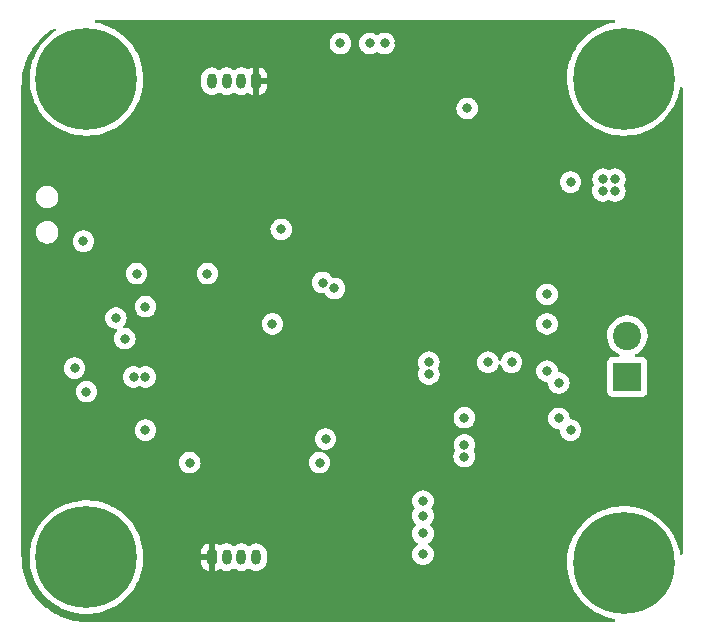
<source format=gbr>
%TF.GenerationSoftware,KiCad,Pcbnew,(6.0.1)*%
%TF.CreationDate,2022-05-20T16:10:24+03:00*%
%TF.ProjectId,STM32_based_project,53544d33-325f-4626-9173-65645f70726f,rev?*%
%TF.SameCoordinates,Original*%
%TF.FileFunction,Copper,L3,Inr*%
%TF.FilePolarity,Positive*%
%FSLAX46Y46*%
G04 Gerber Fmt 4.6, Leading zero omitted, Abs format (unit mm)*
G04 Created by KiCad (PCBNEW (6.0.1)) date 2022-05-20 16:10:24*
%MOMM*%
%LPD*%
G01*
G04 APERTURE LIST*
G04 Aperture macros list*
%AMRoundRect*
0 Rectangle with rounded corners*
0 $1 Rounding radius*
0 $2 $3 $4 $5 $6 $7 $8 $9 X,Y pos of 4 corners*
0 Add a 4 corners polygon primitive as box body*
4,1,4,$2,$3,$4,$5,$6,$7,$8,$9,$2,$3,0*
0 Add four circle primitives for the rounded corners*
1,1,$1+$1,$2,$3*
1,1,$1+$1,$4,$5*
1,1,$1+$1,$6,$7*
1,1,$1+$1,$8,$9*
0 Add four rect primitives between the rounded corners*
20,1,$1+$1,$2,$3,$4,$5,0*
20,1,$1+$1,$4,$5,$6,$7,0*
20,1,$1+$1,$6,$7,$8,$9,0*
20,1,$1+$1,$8,$9,$2,$3,0*%
G04 Aperture macros list end*
%TA.AperFunction,ComponentPad*%
%ADD10C,0.900000*%
%TD*%
%TA.AperFunction,ComponentPad*%
%ADD11C,8.600000*%
%TD*%
%TA.AperFunction,ComponentPad*%
%ADD12RoundRect,0.200000X0.200000X0.450000X-0.200000X0.450000X-0.200000X-0.450000X0.200000X-0.450000X0*%
%TD*%
%TA.AperFunction,ComponentPad*%
%ADD13O,0.800000X1.300000*%
%TD*%
%TA.AperFunction,ComponentPad*%
%ADD14R,2.400000X2.400000*%
%TD*%
%TA.AperFunction,ComponentPad*%
%ADD15C,2.400000*%
%TD*%
%TA.AperFunction,ComponentPad*%
%ADD16RoundRect,0.200000X-0.200000X-0.450000X0.200000X-0.450000X0.200000X0.450000X-0.200000X0.450000X0*%
%TD*%
%TA.AperFunction,ViaPad*%
%ADD17C,0.800000*%
%TD*%
G04 APERTURE END LIST*
D10*
%TO.N,GND*%
%TO.C,H2*%
X132780419Y-69780419D03*
X133725000Y-67500000D03*
X128219581Y-69780419D03*
D11*
X130500000Y-67500000D03*
D10*
X130500000Y-70725000D03*
X132780419Y-65219581D03*
X128219581Y-65219581D03*
X127275000Y-67500000D03*
X130500000Y-64275000D03*
%TD*%
D11*
%TO.N,GND*%
%TO.C,H3*%
X85000000Y-67500000D03*
D10*
X82719581Y-65219581D03*
X85000000Y-70725000D03*
X87280419Y-65219581D03*
X81775000Y-67500000D03*
X88225000Y-67500000D03*
X87280419Y-69780419D03*
X82719581Y-69780419D03*
X85000000Y-64275000D03*
%TD*%
%TO.N,GND*%
%TO.C,H1*%
X82719581Y-110280419D03*
X87280419Y-110280419D03*
X85000000Y-104775000D03*
X81775000Y-108000000D03*
D11*
X85000000Y-108000000D03*
D10*
X87280419Y-105719581D03*
X82719581Y-105719581D03*
X85000000Y-111225000D03*
X88225000Y-108000000D03*
%TD*%
D11*
%TO.N,GND*%
%TO.C,H4*%
X130500000Y-108500000D03*
D10*
X132780419Y-110780419D03*
X130500000Y-105275000D03*
X128219581Y-106219581D03*
X130500000Y-111725000D03*
X133725000Y-108500000D03*
X128219581Y-110780419D03*
X132780419Y-106219581D03*
X127275000Y-108500000D03*
%TD*%
D12*
%TO.N,+3V3*%
%TO.C,J4*%
X99375000Y-67700000D03*
D13*
%TO.N,I2C1_SCL*%
X98125000Y-67700000D03*
%TO.N,I2C1_SDA*%
X96875000Y-67700000D03*
%TO.N,GND*%
X95625000Y-67700000D03*
%TD*%
D14*
%TO.N,+12V*%
%TO.C,J1*%
X130800000Y-92750000D03*
D15*
%TO.N,GND*%
X130800000Y-89250000D03*
%TD*%
D16*
%TO.N,+3V3*%
%TO.C,J3*%
X95625000Y-108000000D03*
D13*
%TO.N,UART3_TX*%
X96875000Y-108000000D03*
%TO.N,UART3_RX*%
X98125000Y-108000000D03*
%TO.N,GND*%
X99375000Y-108000000D03*
%TD*%
D17*
%TO.N,GND*%
X114000000Y-92500000D03*
X113500000Y-104500000D03*
X129750000Y-76000000D03*
X113500000Y-103250000D03*
X104750000Y-100000000D03*
X84000000Y-92000000D03*
X124000000Y-92250000D03*
X93750000Y-100000000D03*
X90000000Y-86800000D03*
X121000000Y-91500000D03*
X106000000Y-85250000D03*
X128742714Y-76988615D03*
X89000000Y-92750000D03*
X114000000Y-91500000D03*
X90000000Y-92750000D03*
X113500000Y-107750000D03*
X124000000Y-85750000D03*
X84750000Y-81250000D03*
X129750000Y-77000000D03*
X126000000Y-97250000D03*
X110250000Y-64500000D03*
X128750000Y-76000000D03*
X119000000Y-91500000D03*
X109000000Y-64500000D03*
X125000000Y-96250000D03*
X126000000Y-76250000D03*
X124000000Y-88250000D03*
X113500000Y-106000000D03*
X95250000Y-84000000D03*
X85000000Y-94000000D03*
X106500000Y-64500000D03*
X87500000Y-87750000D03*
X90000000Y-97250000D03*
X88250000Y-89500000D03*
X105250000Y-98000000D03*
X117250000Y-70000000D03*
X117000000Y-96200000D03*
X116996508Y-99496002D03*
X117000000Y-98500000D03*
X89250000Y-84000000D03*
X105000000Y-84750000D03*
X125000000Y-93250000D03*
%TO.N,+3V3*%
X95250000Y-81000000D03*
X110750000Y-107000000D03*
X107250000Y-100250000D03*
X117250000Y-68000000D03*
X108500000Y-107000000D03*
X110750000Y-104000000D03*
X91750000Y-83000000D03*
X103750000Y-86500000D03*
X87500000Y-96750000D03*
X107250000Y-101250000D03*
X93500000Y-83250000D03*
X120000000Y-98750000D03*
X111500000Y-64500000D03*
X110750000Y-100250000D03*
X96250000Y-100000000D03*
X108500000Y-104000000D03*
X87500000Y-95250000D03*
X110750000Y-101250000D03*
X103000000Y-98750000D03*
X84750000Y-76750000D03*
X90000000Y-89250000D03*
X100500000Y-81000000D03*
X121000000Y-99750000D03*
%TO.N,NRST*%
X101500000Y-80250000D03*
X100750000Y-88250000D03*
%TD*%
%TA.AperFunction,Conductor*%
%TO.N,+3V3*%
G36*
X129748225Y-62528002D02*
G01*
X129794718Y-62581658D01*
X129804822Y-62651932D01*
X129775328Y-62716512D01*
X129715602Y-62754896D01*
X129700793Y-62758290D01*
X129499249Y-62791836D01*
X129446331Y-62805571D01*
X129087400Y-62898731D01*
X129087389Y-62898734D01*
X129084682Y-62899437D01*
X128885459Y-62970573D01*
X128683964Y-63042520D01*
X128683959Y-63042522D01*
X128681321Y-63043464D01*
X128678781Y-63044635D01*
X128678776Y-63044637D01*
X128576930Y-63091589D01*
X128292361Y-63222777D01*
X127920880Y-63435957D01*
X127918577Y-63437566D01*
X127918570Y-63437571D01*
X127586859Y-63669406D01*
X127569820Y-63681315D01*
X127241961Y-63956909D01*
X126939899Y-64260557D01*
X126666025Y-64589855D01*
X126664431Y-64592162D01*
X126664429Y-64592164D01*
X126467374Y-64877279D01*
X126422508Y-64942194D01*
X126211276Y-65314786D01*
X126034002Y-65704680D01*
X126033080Y-65707306D01*
X126033075Y-65707318D01*
X126004317Y-65789210D01*
X125892089Y-66108790D01*
X125786661Y-66523914D01*
X125718552Y-66946768D01*
X125688302Y-67374001D01*
X125696151Y-67802233D01*
X125742036Y-68228071D01*
X125742582Y-68230817D01*
X125742583Y-68230822D01*
X125756612Y-68301351D01*
X125825594Y-68648144D01*
X125946163Y-69059127D01*
X125947190Y-69061740D01*
X125947190Y-69061741D01*
X126085651Y-69414145D01*
X126102789Y-69457765D01*
X126104044Y-69460276D01*
X126278827Y-69810072D01*
X126294231Y-69840901D01*
X126518974Y-70205502D01*
X126775239Y-70548682D01*
X126777100Y-70550760D01*
X126777101Y-70550761D01*
X127059127Y-70865637D01*
X127059133Y-70865643D01*
X127060995Y-70867722D01*
X127373981Y-71160098D01*
X127711719Y-71423493D01*
X128071533Y-71655822D01*
X128074012Y-71657126D01*
X128074015Y-71657128D01*
X128448077Y-71853932D01*
X128448083Y-71853935D01*
X128450577Y-71855247D01*
X128453175Y-71856331D01*
X128453179Y-71856333D01*
X128843263Y-72019109D01*
X128843268Y-72019111D01*
X128845847Y-72020187D01*
X128848512Y-72021030D01*
X128848518Y-72021032D01*
X129070561Y-72091254D01*
X129254214Y-72149336D01*
X129672446Y-72241673D01*
X129675220Y-72242031D01*
X129675221Y-72242031D01*
X130094460Y-72296109D01*
X130094467Y-72296110D01*
X130097230Y-72296466D01*
X130100017Y-72296576D01*
X130100023Y-72296576D01*
X130348238Y-72306328D01*
X130525203Y-72313281D01*
X130527995Y-72313142D01*
X130528000Y-72313142D01*
X130950172Y-72292125D01*
X130950181Y-72292124D01*
X130952976Y-72291985D01*
X130955753Y-72291597D01*
X130955755Y-72291597D01*
X131030066Y-72281219D01*
X131377163Y-72232747D01*
X131794404Y-72136036D01*
X132008307Y-72065915D01*
X132198744Y-72003487D01*
X132198750Y-72003485D01*
X132201397Y-72002617D01*
X132594918Y-71833547D01*
X132971852Y-71630164D01*
X133329214Y-71394080D01*
X133664175Y-71127162D01*
X133974082Y-70831525D01*
X133975919Y-70829431D01*
X133975927Y-70829422D01*
X134254635Y-70511616D01*
X134256482Y-70509510D01*
X134509139Y-70163666D01*
X134603722Y-70006565D01*
X134728601Y-69799142D01*
X134728606Y-69799133D01*
X134730052Y-69796731D01*
X134917471Y-69411611D01*
X135002826Y-69187502D01*
X135068918Y-69013971D01*
X135068920Y-69013964D01*
X135069914Y-69011355D01*
X135186173Y-68599132D01*
X135242170Y-68301351D01*
X135274417Y-68238100D01*
X135335741Y-68202324D01*
X135406672Y-68205382D01*
X135464689Y-68246302D01*
X135491374Y-68312093D01*
X135492000Y-68324637D01*
X135492000Y-107659491D01*
X135471998Y-107727612D01*
X135418342Y-107774105D01*
X135348068Y-107784209D01*
X135283488Y-107754715D01*
X135245104Y-107694989D01*
X135241121Y-107676264D01*
X135238868Y-107659491D01*
X135237275Y-107647630D01*
X135220190Y-107572121D01*
X135143368Y-107232618D01*
X135143368Y-107232617D01*
X135142750Y-107229887D01*
X135102390Y-107104557D01*
X135012318Y-106824856D01*
X135012316Y-106824849D01*
X135011463Y-106822202D01*
X134844456Y-106427801D01*
X134643050Y-106049807D01*
X134610519Y-106000000D01*
X134410381Y-105693573D01*
X134410378Y-105693569D01*
X134408840Y-105691214D01*
X134143680Y-105354860D01*
X133849670Y-105043409D01*
X133847579Y-105041556D01*
X133847571Y-105041548D01*
X133531237Y-104761188D01*
X133531235Y-104761186D01*
X133529137Y-104759327D01*
X133435179Y-104689928D01*
X133407101Y-104669189D01*
X133184621Y-104504863D01*
X132991733Y-104387355D01*
X132821237Y-104283487D01*
X132821230Y-104283483D01*
X132818848Y-104282032D01*
X132769419Y-104257656D01*
X132437228Y-104093838D01*
X132434714Y-104092598D01*
X132035262Y-103938062D01*
X131745486Y-103854696D01*
X131626335Y-103820417D01*
X131626329Y-103820415D01*
X131623654Y-103819646D01*
X131620917Y-103819117D01*
X131620911Y-103819115D01*
X131454629Y-103786944D01*
X131203148Y-103738289D01*
X131200374Y-103738005D01*
X131200362Y-103738003D01*
X130917111Y-103708982D01*
X130777076Y-103694634D01*
X130774286Y-103694597D01*
X130774278Y-103694597D01*
X130506825Y-103691096D01*
X130348809Y-103689028D01*
X130346009Y-103689241D01*
X130346008Y-103689241D01*
X130271364Y-103694919D01*
X129921740Y-103721514D01*
X129499249Y-103791836D01*
X129477188Y-103797562D01*
X129087400Y-103898731D01*
X129087389Y-103898734D01*
X129084682Y-103899437D01*
X128826575Y-103991599D01*
X128683964Y-104042520D01*
X128683959Y-104042522D01*
X128681321Y-104043464D01*
X128678781Y-104044635D01*
X128678776Y-104044637D01*
X128576930Y-104091589D01*
X128292361Y-104222777D01*
X127920880Y-104435957D01*
X127918577Y-104437566D01*
X127918570Y-104437571D01*
X127764218Y-104545449D01*
X127569820Y-104681315D01*
X127241961Y-104956909D01*
X126939899Y-105260557D01*
X126666025Y-105589855D01*
X126664431Y-105592162D01*
X126664429Y-105592164D01*
X126432456Y-105927801D01*
X126422508Y-105942194D01*
X126211276Y-106314786D01*
X126034002Y-106704680D01*
X126033080Y-106707306D01*
X126033075Y-106707318D01*
X125964034Y-106903921D01*
X125892089Y-107108790D01*
X125891398Y-107111510D01*
X125891397Y-107111514D01*
X125862009Y-107227229D01*
X125786661Y-107523914D01*
X125718552Y-107946768D01*
X125688302Y-108374001D01*
X125696151Y-108802233D01*
X125742036Y-109228071D01*
X125825594Y-109648144D01*
X125946163Y-110059127D01*
X125947190Y-110061740D01*
X125947190Y-110061741D01*
X126040466Y-110299142D01*
X126102789Y-110457765D01*
X126294231Y-110840901D01*
X126518974Y-111205502D01*
X126775239Y-111548682D01*
X126777100Y-111550760D01*
X126777101Y-111550761D01*
X127059127Y-111865637D01*
X127059133Y-111865643D01*
X127060995Y-111867722D01*
X127373981Y-112160098D01*
X127711719Y-112423493D01*
X128071533Y-112655822D01*
X128074012Y-112657126D01*
X128074015Y-112657128D01*
X128448077Y-112853932D01*
X128448083Y-112853935D01*
X128450577Y-112855247D01*
X128453175Y-112856331D01*
X128453179Y-112856333D01*
X128843263Y-113019109D01*
X128843268Y-113019111D01*
X128845847Y-113020187D01*
X128848512Y-113021030D01*
X128848518Y-113021032D01*
X129070561Y-113091254D01*
X129254214Y-113149336D01*
X129256944Y-113149939D01*
X129256945Y-113149939D01*
X129458459Y-113194429D01*
X129672446Y-113241673D01*
X129674449Y-113241931D01*
X129738005Y-113273295D01*
X129774579Y-113334146D01*
X129772448Y-113405111D01*
X129732289Y-113463658D01*
X129666852Y-113491200D01*
X129652672Y-113492000D01*
X85049328Y-113492000D01*
X85029943Y-113490500D01*
X85015142Y-113488195D01*
X85015139Y-113488195D01*
X85006270Y-113486814D01*
X84985361Y-113489548D01*
X84963824Y-113490504D01*
X84774907Y-113482690D01*
X84551680Y-113473457D01*
X84541302Y-113472597D01*
X84265547Y-113438224D01*
X84101215Y-113417740D01*
X84090950Y-113416028D01*
X83923539Y-113380925D01*
X83656899Y-113325016D01*
X83646804Y-113322460D01*
X83221740Y-113195914D01*
X83211890Y-113192532D01*
X82953531Y-113091720D01*
X82798739Y-113031319D01*
X82789218Y-113027144D01*
X82390777Y-112832358D01*
X82381621Y-112827403D01*
X82329887Y-112796576D01*
X82082785Y-112649336D01*
X82000641Y-112600389D01*
X81991922Y-112594693D01*
X81630988Y-112336990D01*
X81622770Y-112330594D01*
X81284335Y-112043955D01*
X81276674Y-112036901D01*
X80963099Y-111723326D01*
X80956045Y-111715665D01*
X80669406Y-111377230D01*
X80663010Y-111369012D01*
X80405307Y-111008078D01*
X80399611Y-110999359D01*
X80199582Y-110663666D01*
X80172596Y-110618377D01*
X80167641Y-110609221D01*
X80093599Y-110457765D01*
X79972856Y-110210782D01*
X79968677Y-110201253D01*
X79807468Y-109788110D01*
X79804086Y-109778260D01*
X79677540Y-109353196D01*
X79674984Y-109343101D01*
X79604273Y-109005869D01*
X79583972Y-108909050D01*
X79582259Y-108898781D01*
X79580364Y-108883574D01*
X79538011Y-108543803D01*
X79527403Y-108458698D01*
X79526543Y-108448320D01*
X79509805Y-108043639D01*
X79511197Y-108019049D01*
X79511804Y-108015147D01*
X79511804Y-108015145D01*
X79513186Y-108006270D01*
X79511547Y-107993730D01*
X79509064Y-107974749D01*
X79508000Y-107958411D01*
X79508000Y-107874001D01*
X80188302Y-107874001D01*
X80196151Y-108302233D01*
X80242036Y-108728071D01*
X80242582Y-108730817D01*
X80242583Y-108730822D01*
X80256788Y-108802233D01*
X80325594Y-109148144D01*
X80446163Y-109559127D01*
X80447190Y-109561740D01*
X80447190Y-109561741D01*
X80585651Y-109914145D01*
X80602789Y-109957765D01*
X80652091Y-110056433D01*
X80772161Y-110296731D01*
X80794231Y-110340901D01*
X81018974Y-110705502D01*
X81275239Y-111048682D01*
X81277100Y-111050760D01*
X81277101Y-111050761D01*
X81559127Y-111365637D01*
X81559133Y-111365643D01*
X81560995Y-111367722D01*
X81873981Y-111660098D01*
X82211719Y-111923493D01*
X82571533Y-112155822D01*
X82574012Y-112157126D01*
X82574015Y-112157128D01*
X82948077Y-112353932D01*
X82948083Y-112353935D01*
X82950577Y-112355247D01*
X82953175Y-112356331D01*
X82953179Y-112356333D01*
X83343263Y-112519109D01*
X83343268Y-112519111D01*
X83345847Y-112520187D01*
X83348512Y-112521030D01*
X83348518Y-112521032D01*
X83570561Y-112591254D01*
X83754214Y-112649336D01*
X84172446Y-112741673D01*
X84175220Y-112742031D01*
X84175221Y-112742031D01*
X84594460Y-112796109D01*
X84594467Y-112796110D01*
X84597230Y-112796466D01*
X84600017Y-112796576D01*
X84600023Y-112796576D01*
X84848238Y-112806328D01*
X85025203Y-112813281D01*
X85027995Y-112813142D01*
X85028000Y-112813142D01*
X85450172Y-112792125D01*
X85450181Y-112792124D01*
X85452976Y-112791985D01*
X85455753Y-112791597D01*
X85455755Y-112791597D01*
X85581475Y-112774040D01*
X85877163Y-112732747D01*
X86294404Y-112636036D01*
X86508307Y-112565915D01*
X86698744Y-112503487D01*
X86698750Y-112503485D01*
X86701397Y-112502617D01*
X87094918Y-112333547D01*
X87471852Y-112130164D01*
X87829214Y-111894080D01*
X88164175Y-111627162D01*
X88474082Y-111331525D01*
X88475919Y-111329431D01*
X88475927Y-111329422D01*
X88754635Y-111011616D01*
X88756482Y-111009510D01*
X88760625Y-111003840D01*
X89007490Y-110665923D01*
X89009139Y-110663666D01*
X89180340Y-110379303D01*
X89228601Y-110299142D01*
X89228606Y-110299133D01*
X89230052Y-110296731D01*
X89346993Y-110056433D01*
X89416238Y-109914145D01*
X89416239Y-109914142D01*
X89417471Y-109911611D01*
X89550724Y-109561741D01*
X89568918Y-109513971D01*
X89568920Y-109513964D01*
X89569914Y-109511355D01*
X89686173Y-109099132D01*
X89686747Y-109096079D01*
X89764811Y-108680954D01*
X89764813Y-108680942D01*
X89765327Y-108678207D01*
X89782283Y-108503705D01*
X94717001Y-108503705D01*
X94717264Y-108509454D01*
X94723132Y-108573315D01*
X94725743Y-108586351D01*
X94772715Y-108736243D01*
X94778921Y-108749988D01*
X94859824Y-108883574D01*
X94869131Y-108895443D01*
X94979557Y-109005869D01*
X94991426Y-109015176D01*
X95125012Y-109096079D01*
X95138757Y-109102285D01*
X95288644Y-109149256D01*
X95301694Y-109151869D01*
X95356586Y-109156913D01*
X95368124Y-109153525D01*
X95369329Y-109152135D01*
X95371000Y-109144452D01*
X95371000Y-109139884D01*
X95879000Y-109139884D01*
X95883475Y-109155123D01*
X95884865Y-109156328D01*
X95889294Y-109157291D01*
X95948315Y-109151868D01*
X95961351Y-109149257D01*
X96111243Y-109102285D01*
X96124988Y-109096079D01*
X96254578Y-109017596D01*
X96323208Y-108999417D01*
X96393911Y-109023436D01*
X96418248Y-109041118D01*
X96424276Y-109043802D01*
X96424278Y-109043803D01*
X96555632Y-109102285D01*
X96592712Y-109118794D01*
X96686112Y-109138647D01*
X96773056Y-109157128D01*
X96773061Y-109157128D01*
X96779513Y-109158500D01*
X96970487Y-109158500D01*
X96976939Y-109157128D01*
X96976944Y-109157128D01*
X97063888Y-109138647D01*
X97157288Y-109118794D01*
X97194368Y-109102285D01*
X97325722Y-109043803D01*
X97325724Y-109043802D01*
X97331752Y-109041118D01*
X97425939Y-108972687D01*
X97492807Y-108948828D01*
X97561958Y-108964909D01*
X97574061Y-108972687D01*
X97668248Y-109041118D01*
X97674276Y-109043802D01*
X97674278Y-109043803D01*
X97805632Y-109102285D01*
X97842712Y-109118794D01*
X97936112Y-109138647D01*
X98023056Y-109157128D01*
X98023061Y-109157128D01*
X98029513Y-109158500D01*
X98220487Y-109158500D01*
X98226939Y-109157128D01*
X98226944Y-109157128D01*
X98313888Y-109138647D01*
X98407288Y-109118794D01*
X98444368Y-109102285D01*
X98575722Y-109043803D01*
X98575724Y-109043802D01*
X98581752Y-109041118D01*
X98675939Y-108972687D01*
X98742807Y-108948828D01*
X98811958Y-108964909D01*
X98824061Y-108972687D01*
X98918248Y-109041118D01*
X98924276Y-109043802D01*
X98924278Y-109043803D01*
X99055632Y-109102285D01*
X99092712Y-109118794D01*
X99186112Y-109138647D01*
X99273056Y-109157128D01*
X99273061Y-109157128D01*
X99279513Y-109158500D01*
X99470487Y-109158500D01*
X99476939Y-109157128D01*
X99476944Y-109157128D01*
X99563888Y-109138647D01*
X99657288Y-109118794D01*
X99694368Y-109102285D01*
X99825722Y-109043803D01*
X99825724Y-109043802D01*
X99831752Y-109041118D01*
X99986253Y-108928866D01*
X100114040Y-108786944D01*
X100188197Y-108658500D01*
X100206223Y-108627279D01*
X100206224Y-108627278D01*
X100209527Y-108621556D01*
X100268542Y-108439928D01*
X100283500Y-108297610D01*
X100283500Y-107750000D01*
X112586496Y-107750000D01*
X112587186Y-107756565D01*
X112599234Y-107871191D01*
X112606458Y-107939928D01*
X112665473Y-108121556D01*
X112760960Y-108286944D01*
X112765378Y-108291851D01*
X112765379Y-108291852D01*
X112884325Y-108423955D01*
X112888747Y-108428866D01*
X113043248Y-108541118D01*
X113049276Y-108543802D01*
X113049278Y-108543803D01*
X113144843Y-108586351D01*
X113217712Y-108618794D01*
X113311113Y-108638647D01*
X113398056Y-108657128D01*
X113398061Y-108657128D01*
X113404513Y-108658500D01*
X113595487Y-108658500D01*
X113601939Y-108657128D01*
X113601944Y-108657128D01*
X113688887Y-108638647D01*
X113782288Y-108618794D01*
X113855157Y-108586351D01*
X113950722Y-108543803D01*
X113950724Y-108543802D01*
X113956752Y-108541118D01*
X114111253Y-108428866D01*
X114115675Y-108423955D01*
X114234621Y-108291852D01*
X114234622Y-108291851D01*
X114239040Y-108286944D01*
X114334527Y-108121556D01*
X114393542Y-107939928D01*
X114400767Y-107871191D01*
X114412814Y-107756565D01*
X114413504Y-107750000D01*
X114402745Y-107647630D01*
X114394232Y-107566635D01*
X114394232Y-107566633D01*
X114393542Y-107560072D01*
X114334527Y-107378444D01*
X114239040Y-107213056D01*
X114111253Y-107071134D01*
X114061645Y-107035091D01*
X113981601Y-106976936D01*
X113938247Y-106920714D01*
X113932172Y-106849977D01*
X113965304Y-106787186D01*
X113981601Y-106773064D01*
X114105909Y-106682749D01*
X114105911Y-106682747D01*
X114111253Y-106678866D01*
X114239040Y-106536944D01*
X114334527Y-106371556D01*
X114393542Y-106189928D01*
X114413504Y-106000000D01*
X114393542Y-105810072D01*
X114334527Y-105628444D01*
X114239040Y-105463056D01*
X114141620Y-105354860D01*
X114123117Y-105334310D01*
X114092399Y-105270303D01*
X114101164Y-105199849D01*
X114123117Y-105165690D01*
X114234621Y-105041852D01*
X114234622Y-105041851D01*
X114239040Y-105036944D01*
X114334527Y-104871556D01*
X114393542Y-104689928D01*
X114413504Y-104500000D01*
X114393542Y-104310072D01*
X114334527Y-104128444D01*
X114239040Y-103963056D01*
X114234620Y-103958148D01*
X114230741Y-103952808D01*
X114232080Y-103951835D01*
X114204950Y-103895304D01*
X114213713Y-103824851D01*
X114231250Y-103797562D01*
X114230741Y-103797192D01*
X114234620Y-103791852D01*
X114239040Y-103786944D01*
X114334527Y-103621556D01*
X114393542Y-103439928D01*
X114413504Y-103250000D01*
X114393542Y-103060072D01*
X114334527Y-102878444D01*
X114239040Y-102713056D01*
X114111253Y-102571134D01*
X113956752Y-102458882D01*
X113950724Y-102456198D01*
X113950722Y-102456197D01*
X113788319Y-102383891D01*
X113788318Y-102383891D01*
X113782288Y-102381206D01*
X113688887Y-102361353D01*
X113601944Y-102342872D01*
X113601939Y-102342872D01*
X113595487Y-102341500D01*
X113404513Y-102341500D01*
X113398061Y-102342872D01*
X113398056Y-102342872D01*
X113311113Y-102361353D01*
X113217712Y-102381206D01*
X113211682Y-102383891D01*
X113211681Y-102383891D01*
X113049278Y-102456197D01*
X113049276Y-102456198D01*
X113043248Y-102458882D01*
X112888747Y-102571134D01*
X112760960Y-102713056D01*
X112665473Y-102878444D01*
X112606458Y-103060072D01*
X112586496Y-103250000D01*
X112606458Y-103439928D01*
X112665473Y-103621556D01*
X112760960Y-103786944D01*
X112765380Y-103791852D01*
X112769259Y-103797192D01*
X112767920Y-103798165D01*
X112795050Y-103854696D01*
X112786287Y-103925149D01*
X112768750Y-103952438D01*
X112769259Y-103952808D01*
X112765380Y-103958148D01*
X112760960Y-103963056D01*
X112665473Y-104128444D01*
X112606458Y-104310072D01*
X112586496Y-104500000D01*
X112606458Y-104689928D01*
X112665473Y-104871556D01*
X112760960Y-105036944D01*
X112765378Y-105041851D01*
X112765379Y-105041852D01*
X112876883Y-105165690D01*
X112907601Y-105229697D01*
X112898836Y-105300151D01*
X112876883Y-105334310D01*
X112858380Y-105354860D01*
X112760960Y-105463056D01*
X112665473Y-105628444D01*
X112606458Y-105810072D01*
X112586496Y-106000000D01*
X112606458Y-106189928D01*
X112665473Y-106371556D01*
X112760960Y-106536944D01*
X112888747Y-106678866D01*
X112894089Y-106682747D01*
X112894091Y-106682749D01*
X113018399Y-106773064D01*
X113061753Y-106829286D01*
X113067828Y-106900023D01*
X113034696Y-106962814D01*
X113018399Y-106976936D01*
X112938356Y-107035091D01*
X112888747Y-107071134D01*
X112760960Y-107213056D01*
X112665473Y-107378444D01*
X112606458Y-107560072D01*
X112605768Y-107566633D01*
X112605768Y-107566635D01*
X112597255Y-107647630D01*
X112586496Y-107750000D01*
X100283500Y-107750000D01*
X100283500Y-107702390D01*
X100270104Y-107574929D01*
X100269232Y-107566635D01*
X100269232Y-107566633D01*
X100268542Y-107560072D01*
X100209527Y-107378444D01*
X100114040Y-107213056D01*
X99986253Y-107071134D01*
X99831752Y-106958882D01*
X99825724Y-106956198D01*
X99825722Y-106956197D01*
X99663319Y-106883891D01*
X99663318Y-106883891D01*
X99657288Y-106881206D01*
X99558068Y-106860116D01*
X99476944Y-106842872D01*
X99476939Y-106842872D01*
X99470487Y-106841500D01*
X99279513Y-106841500D01*
X99273061Y-106842872D01*
X99273056Y-106842872D01*
X99191932Y-106860116D01*
X99092712Y-106881206D01*
X99086682Y-106883891D01*
X99086681Y-106883891D01*
X98924278Y-106956197D01*
X98924276Y-106956198D01*
X98918248Y-106958882D01*
X98912907Y-106962762D01*
X98912906Y-106962763D01*
X98824061Y-107027313D01*
X98757193Y-107051172D01*
X98688042Y-107035091D01*
X98675939Y-107027313D01*
X98587094Y-106962763D01*
X98587093Y-106962762D01*
X98581752Y-106958882D01*
X98575724Y-106956198D01*
X98575722Y-106956197D01*
X98413319Y-106883891D01*
X98413318Y-106883891D01*
X98407288Y-106881206D01*
X98308068Y-106860116D01*
X98226944Y-106842872D01*
X98226939Y-106842872D01*
X98220487Y-106841500D01*
X98029513Y-106841500D01*
X98023061Y-106842872D01*
X98023056Y-106842872D01*
X97941932Y-106860116D01*
X97842712Y-106881206D01*
X97836682Y-106883891D01*
X97836681Y-106883891D01*
X97674278Y-106956197D01*
X97674276Y-106956198D01*
X97668248Y-106958882D01*
X97662907Y-106962762D01*
X97662906Y-106962763D01*
X97574061Y-107027313D01*
X97507193Y-107051172D01*
X97438042Y-107035091D01*
X97425939Y-107027313D01*
X97337094Y-106962763D01*
X97337093Y-106962762D01*
X97331752Y-106958882D01*
X97325724Y-106956198D01*
X97325722Y-106956197D01*
X97163319Y-106883891D01*
X97163318Y-106883891D01*
X97157288Y-106881206D01*
X97058068Y-106860116D01*
X96976944Y-106842872D01*
X96976939Y-106842872D01*
X96970487Y-106841500D01*
X96779513Y-106841500D01*
X96773061Y-106842872D01*
X96773056Y-106842872D01*
X96691932Y-106860116D01*
X96592712Y-106881206D01*
X96586682Y-106883891D01*
X96586681Y-106883891D01*
X96424278Y-106956197D01*
X96424276Y-106956198D01*
X96418248Y-106958882D01*
X96412907Y-106962762D01*
X96412906Y-106962763D01*
X96393911Y-106976564D01*
X96327044Y-107000422D01*
X96254578Y-106982404D01*
X96124988Y-106903921D01*
X96111243Y-106897715D01*
X95961356Y-106850744D01*
X95948306Y-106848131D01*
X95893414Y-106843087D01*
X95881876Y-106846475D01*
X95880671Y-106847865D01*
X95879000Y-106855548D01*
X95879000Y-109139884D01*
X95371000Y-109139884D01*
X95371000Y-108272115D01*
X95366525Y-108256876D01*
X95365135Y-108255671D01*
X95357452Y-108254000D01*
X94735116Y-108254000D01*
X94719877Y-108258475D01*
X94718672Y-108259865D01*
X94717001Y-108267548D01*
X94717001Y-108503705D01*
X89782283Y-108503705D01*
X89806750Y-108251911D01*
X89810164Y-108121556D01*
X89813289Y-108002234D01*
X89813289Y-108002220D01*
X89813347Y-108000000D01*
X89801228Y-107727885D01*
X94717000Y-107727885D01*
X94721475Y-107743124D01*
X94722865Y-107744329D01*
X94730548Y-107746000D01*
X95352885Y-107746000D01*
X95368124Y-107741525D01*
X95369329Y-107740135D01*
X95371000Y-107732452D01*
X95371000Y-106860116D01*
X95366525Y-106844877D01*
X95365135Y-106843672D01*
X95360706Y-106842709D01*
X95301685Y-106848132D01*
X95288649Y-106850743D01*
X95138757Y-106897715D01*
X95125012Y-106903921D01*
X94991426Y-106984824D01*
X94979557Y-106994131D01*
X94869131Y-107104557D01*
X94859824Y-107116426D01*
X94778921Y-107250012D01*
X94772715Y-107263757D01*
X94725744Y-107413644D01*
X94723131Y-107426694D01*
X94717266Y-107490521D01*
X94717000Y-107496309D01*
X94717000Y-107727885D01*
X89801228Y-107727885D01*
X89794291Y-107572121D01*
X89791830Y-107553794D01*
X89767508Y-107372721D01*
X89737275Y-107147630D01*
X89730215Y-107116426D01*
X89643368Y-106732618D01*
X89643368Y-106732617D01*
X89642750Y-106729887D01*
X89582197Y-106541852D01*
X89512318Y-106324856D01*
X89512316Y-106324849D01*
X89511463Y-106322202D01*
X89350551Y-105942194D01*
X89345550Y-105930384D01*
X89345548Y-105930379D01*
X89344456Y-105927801D01*
X89143050Y-105549807D01*
X89141516Y-105547458D01*
X88910381Y-105193573D01*
X88910378Y-105193569D01*
X88908840Y-105191214D01*
X88656842Y-104871556D01*
X88645409Y-104857053D01*
X88645407Y-104857051D01*
X88643680Y-104854860D01*
X88349670Y-104543409D01*
X88347579Y-104541556D01*
X88347571Y-104541548D01*
X88031237Y-104261188D01*
X88031235Y-104261186D01*
X88029137Y-104259327D01*
X87979653Y-104222777D01*
X87851936Y-104128444D01*
X87684621Y-104004863D01*
X87389135Y-103824851D01*
X87321237Y-103783487D01*
X87321230Y-103783483D01*
X87318848Y-103782032D01*
X87201514Y-103724169D01*
X86937228Y-103593838D01*
X86934714Y-103592598D01*
X86535262Y-103438062D01*
X86288678Y-103367122D01*
X86126335Y-103320417D01*
X86126329Y-103320415D01*
X86123654Y-103319646D01*
X86120917Y-103319117D01*
X86120911Y-103319115D01*
X85975828Y-103291046D01*
X85703148Y-103238289D01*
X85700374Y-103238005D01*
X85700362Y-103238003D01*
X85417111Y-103208982D01*
X85277076Y-103194634D01*
X85274286Y-103194597D01*
X85274278Y-103194597D01*
X85006825Y-103191096D01*
X84848809Y-103189028D01*
X84846009Y-103189241D01*
X84846008Y-103189241D01*
X84771364Y-103194919D01*
X84421740Y-103221514D01*
X83999249Y-103291836D01*
X83913671Y-103314048D01*
X83587400Y-103398731D01*
X83587389Y-103398734D01*
X83584682Y-103399437D01*
X83326575Y-103491599D01*
X83183964Y-103542520D01*
X83183959Y-103542522D01*
X83181321Y-103543464D01*
X83178781Y-103544635D01*
X83178776Y-103544637D01*
X83076930Y-103591589D01*
X82792361Y-103722777D01*
X82789938Y-103724167D01*
X82789935Y-103724169D01*
X82765330Y-103738289D01*
X82420880Y-103935957D01*
X82418577Y-103937566D01*
X82418570Y-103937571D01*
X82072129Y-104179701D01*
X82069820Y-104181315D01*
X81741961Y-104456909D01*
X81439899Y-104760557D01*
X81166025Y-105089855D01*
X81164431Y-105092162D01*
X81164429Y-105092164D01*
X81104506Y-105178866D01*
X80922508Y-105442194D01*
X80711276Y-105814786D01*
X80534002Y-106204680D01*
X80533080Y-106207306D01*
X80533075Y-106207318D01*
X80475399Y-106371556D01*
X80392089Y-106608790D01*
X80391398Y-106611510D01*
X80391397Y-106611514D01*
X80329420Y-106855548D01*
X80286661Y-107023914D01*
X80218552Y-107446768D01*
X80188302Y-107874001D01*
X79508000Y-107874001D01*
X79508000Y-100000000D01*
X92836496Y-100000000D01*
X92856458Y-100189928D01*
X92915473Y-100371556D01*
X93010960Y-100536944D01*
X93138747Y-100678866D01*
X93293248Y-100791118D01*
X93299276Y-100793802D01*
X93299278Y-100793803D01*
X93461681Y-100866109D01*
X93467712Y-100868794D01*
X93561112Y-100888647D01*
X93648056Y-100907128D01*
X93648061Y-100907128D01*
X93654513Y-100908500D01*
X93845487Y-100908500D01*
X93851939Y-100907128D01*
X93851944Y-100907128D01*
X93938887Y-100888647D01*
X94032288Y-100868794D01*
X94038319Y-100866109D01*
X94200722Y-100793803D01*
X94200724Y-100793802D01*
X94206752Y-100791118D01*
X94361253Y-100678866D01*
X94489040Y-100536944D01*
X94584527Y-100371556D01*
X94643542Y-100189928D01*
X94663504Y-100000000D01*
X103836496Y-100000000D01*
X103856458Y-100189928D01*
X103915473Y-100371556D01*
X104010960Y-100536944D01*
X104138747Y-100678866D01*
X104293248Y-100791118D01*
X104299276Y-100793802D01*
X104299278Y-100793803D01*
X104461681Y-100866109D01*
X104467712Y-100868794D01*
X104561112Y-100888647D01*
X104648056Y-100907128D01*
X104648061Y-100907128D01*
X104654513Y-100908500D01*
X104845487Y-100908500D01*
X104851939Y-100907128D01*
X104851944Y-100907128D01*
X104938887Y-100888647D01*
X105032288Y-100868794D01*
X105038319Y-100866109D01*
X105200722Y-100793803D01*
X105200724Y-100793802D01*
X105206752Y-100791118D01*
X105361253Y-100678866D01*
X105489040Y-100536944D01*
X105584527Y-100371556D01*
X105643542Y-100189928D01*
X105663504Y-100000000D01*
X105662814Y-99993435D01*
X105644232Y-99816635D01*
X105644232Y-99816633D01*
X105643542Y-99810072D01*
X105584527Y-99628444D01*
X105508061Y-99496002D01*
X116083004Y-99496002D01*
X116083694Y-99502567D01*
X116097585Y-99634729D01*
X116102966Y-99685930D01*
X116161981Y-99867558D01*
X116257468Y-100032946D01*
X116385255Y-100174868D01*
X116539756Y-100287120D01*
X116545784Y-100289804D01*
X116545786Y-100289805D01*
X116708189Y-100362111D01*
X116714220Y-100364796D01*
X116772948Y-100377279D01*
X116894564Y-100403130D01*
X116894569Y-100403130D01*
X116901021Y-100404502D01*
X117091995Y-100404502D01*
X117098447Y-100403130D01*
X117098452Y-100403130D01*
X117220068Y-100377279D01*
X117278796Y-100364796D01*
X117284827Y-100362111D01*
X117447230Y-100289805D01*
X117447232Y-100289804D01*
X117453260Y-100287120D01*
X117607761Y-100174868D01*
X117735548Y-100032946D01*
X117831035Y-99867558D01*
X117890050Y-99685930D01*
X117895432Y-99634729D01*
X117909322Y-99502567D01*
X117910012Y-99496002D01*
X117890050Y-99306074D01*
X117831035Y-99124446D01*
X117809001Y-99086281D01*
X117796151Y-99064025D01*
X117779413Y-98995030D01*
X117796151Y-98938025D01*
X117831223Y-98877279D01*
X117831224Y-98877278D01*
X117834527Y-98871556D01*
X117893542Y-98689928D01*
X117913504Y-98500000D01*
X117893542Y-98310072D01*
X117834527Y-98128444D01*
X117827406Y-98116109D01*
X117784109Y-98041118D01*
X117739040Y-97963056D01*
X117711752Y-97932749D01*
X117615675Y-97826045D01*
X117615674Y-97826044D01*
X117611253Y-97821134D01*
X117456752Y-97708882D01*
X117450724Y-97706198D01*
X117450722Y-97706197D01*
X117288319Y-97633891D01*
X117288318Y-97633891D01*
X117282288Y-97631206D01*
X117188887Y-97611353D01*
X117101944Y-97592872D01*
X117101939Y-97592872D01*
X117095487Y-97591500D01*
X116904513Y-97591500D01*
X116898061Y-97592872D01*
X116898056Y-97592872D01*
X116811112Y-97611353D01*
X116717712Y-97631206D01*
X116711682Y-97633891D01*
X116711681Y-97633891D01*
X116549278Y-97706197D01*
X116549276Y-97706198D01*
X116543248Y-97708882D01*
X116388747Y-97821134D01*
X116384326Y-97826044D01*
X116384325Y-97826045D01*
X116288249Y-97932749D01*
X116260960Y-97963056D01*
X116215891Y-98041118D01*
X116172595Y-98116109D01*
X116165473Y-98128444D01*
X116106458Y-98310072D01*
X116086496Y-98500000D01*
X116106458Y-98689928D01*
X116165473Y-98871556D01*
X116168776Y-98877278D01*
X116168777Y-98877279D01*
X116200357Y-98931977D01*
X116217095Y-99000972D01*
X116200357Y-99057977D01*
X116161981Y-99124446D01*
X116102966Y-99306074D01*
X116083004Y-99496002D01*
X105508061Y-99496002D01*
X105489040Y-99463056D01*
X105361253Y-99321134D01*
X105206752Y-99208882D01*
X105200724Y-99206198D01*
X105200722Y-99206197D01*
X105058634Y-99142936D01*
X105004539Y-99096956D01*
X104989070Y-99046071D01*
X104943548Y-99086281D01*
X104873374Y-99097054D01*
X104863920Y-99095418D01*
X104851944Y-99092872D01*
X104851939Y-99092872D01*
X104845487Y-99091500D01*
X104654513Y-99091500D01*
X104648061Y-99092872D01*
X104648056Y-99092872D01*
X104561112Y-99111353D01*
X104467712Y-99131206D01*
X104461682Y-99133891D01*
X104461681Y-99133891D01*
X104299278Y-99206197D01*
X104299276Y-99206198D01*
X104293248Y-99208882D01*
X104138747Y-99321134D01*
X104010960Y-99463056D01*
X103915473Y-99628444D01*
X103856458Y-99810072D01*
X103855768Y-99816633D01*
X103855768Y-99816635D01*
X103837186Y-99993435D01*
X103836496Y-100000000D01*
X94663504Y-100000000D01*
X94662814Y-99993435D01*
X94644232Y-99816635D01*
X94644232Y-99816633D01*
X94643542Y-99810072D01*
X94584527Y-99628444D01*
X94489040Y-99463056D01*
X94361253Y-99321134D01*
X94206752Y-99208882D01*
X94200724Y-99206198D01*
X94200722Y-99206197D01*
X94038319Y-99133891D01*
X94038318Y-99133891D01*
X94032288Y-99131206D01*
X93938888Y-99111353D01*
X93851944Y-99092872D01*
X93851939Y-99092872D01*
X93845487Y-99091500D01*
X93654513Y-99091500D01*
X93648061Y-99092872D01*
X93648056Y-99092872D01*
X93561112Y-99111353D01*
X93467712Y-99131206D01*
X93461682Y-99133891D01*
X93461681Y-99133891D01*
X93299278Y-99206197D01*
X93299276Y-99206198D01*
X93293248Y-99208882D01*
X93138747Y-99321134D01*
X93010960Y-99463056D01*
X92915473Y-99628444D01*
X92856458Y-99810072D01*
X92855768Y-99816633D01*
X92855768Y-99816635D01*
X92837186Y-99993435D01*
X92836496Y-100000000D01*
X79508000Y-100000000D01*
X79508000Y-97250000D01*
X89086496Y-97250000D01*
X89087186Y-97256565D01*
X89094489Y-97326045D01*
X89106458Y-97439928D01*
X89165473Y-97621556D01*
X89168776Y-97627278D01*
X89168777Y-97627279D01*
X89173078Y-97634729D01*
X89260960Y-97786944D01*
X89265378Y-97791851D01*
X89265379Y-97791852D01*
X89384325Y-97923955D01*
X89388747Y-97928866D01*
X89543248Y-98041118D01*
X89549276Y-98043802D01*
X89549278Y-98043803D01*
X89711681Y-98116109D01*
X89717712Y-98118794D01*
X89792680Y-98134729D01*
X89898056Y-98157128D01*
X89898061Y-98157128D01*
X89904513Y-98158500D01*
X90095487Y-98158500D01*
X90101939Y-98157128D01*
X90101944Y-98157128D01*
X90207320Y-98134729D01*
X90282288Y-98118794D01*
X90288319Y-98116109D01*
X90450722Y-98043803D01*
X90450724Y-98043802D01*
X90456752Y-98041118D01*
X90513346Y-98000000D01*
X104336496Y-98000000D01*
X104337186Y-98006565D01*
X104353011Y-98157128D01*
X104356458Y-98189928D01*
X104415473Y-98371556D01*
X104510960Y-98536944D01*
X104638747Y-98678866D01*
X104793248Y-98791118D01*
X104799276Y-98793802D01*
X104799278Y-98793803D01*
X104941366Y-98857064D01*
X104995461Y-98903044D01*
X105010930Y-98953929D01*
X105056452Y-98913719D01*
X105126626Y-98902946D01*
X105136080Y-98904582D01*
X105148056Y-98907128D01*
X105148061Y-98907128D01*
X105154513Y-98908500D01*
X105345487Y-98908500D01*
X105351939Y-98907128D01*
X105351944Y-98907128D01*
X105438888Y-98888647D01*
X105532288Y-98868794D01*
X105540201Y-98865271D01*
X105700722Y-98793803D01*
X105700724Y-98793802D01*
X105706752Y-98791118D01*
X105861253Y-98678866D01*
X105989040Y-98536944D01*
X106084527Y-98371556D01*
X106143542Y-98189928D01*
X106146990Y-98157128D01*
X106162814Y-98006565D01*
X106163504Y-98000000D01*
X106156028Y-97928866D01*
X106144232Y-97816635D01*
X106144232Y-97816633D01*
X106143542Y-97810072D01*
X106084527Y-97628444D01*
X106063990Y-97592872D01*
X105992341Y-97468774D01*
X105989040Y-97463056D01*
X105968216Y-97439928D01*
X105865675Y-97326045D01*
X105865674Y-97326044D01*
X105861253Y-97321134D01*
X105706752Y-97208882D01*
X105700724Y-97206198D01*
X105700722Y-97206197D01*
X105538319Y-97133891D01*
X105538318Y-97133891D01*
X105532288Y-97131206D01*
X105438888Y-97111353D01*
X105351944Y-97092872D01*
X105351939Y-97092872D01*
X105345487Y-97091500D01*
X105154513Y-97091500D01*
X105148061Y-97092872D01*
X105148056Y-97092872D01*
X105061112Y-97111353D01*
X104967712Y-97131206D01*
X104961682Y-97133891D01*
X104961681Y-97133891D01*
X104799278Y-97206197D01*
X104799276Y-97206198D01*
X104793248Y-97208882D01*
X104638747Y-97321134D01*
X104634326Y-97326044D01*
X104634325Y-97326045D01*
X104531785Y-97439928D01*
X104510960Y-97463056D01*
X104507659Y-97468774D01*
X104436011Y-97592872D01*
X104415473Y-97628444D01*
X104356458Y-97810072D01*
X104355768Y-97816633D01*
X104355768Y-97816635D01*
X104343972Y-97928866D01*
X104336496Y-98000000D01*
X90513346Y-98000000D01*
X90611253Y-97928866D01*
X90615675Y-97923955D01*
X90734621Y-97791852D01*
X90734622Y-97791851D01*
X90739040Y-97786944D01*
X90826922Y-97634729D01*
X90831223Y-97627279D01*
X90831224Y-97627278D01*
X90834527Y-97621556D01*
X90893542Y-97439928D01*
X90905512Y-97326045D01*
X90912814Y-97256565D01*
X90913504Y-97250000D01*
X90901301Y-97133891D01*
X90894232Y-97066635D01*
X90894232Y-97066633D01*
X90893542Y-97060072D01*
X90834527Y-96878444D01*
X90739040Y-96713056D01*
X90611253Y-96571134D01*
X90456752Y-96458882D01*
X90450724Y-96456198D01*
X90450722Y-96456197D01*
X90288319Y-96383891D01*
X90288318Y-96383891D01*
X90282288Y-96381206D01*
X90188888Y-96361353D01*
X90101944Y-96342872D01*
X90101939Y-96342872D01*
X90095487Y-96341500D01*
X89904513Y-96341500D01*
X89898061Y-96342872D01*
X89898056Y-96342872D01*
X89811113Y-96361353D01*
X89717712Y-96381206D01*
X89711682Y-96383891D01*
X89711681Y-96383891D01*
X89549278Y-96456197D01*
X89549276Y-96456198D01*
X89543248Y-96458882D01*
X89388747Y-96571134D01*
X89260960Y-96713056D01*
X89165473Y-96878444D01*
X89106458Y-97060072D01*
X89105768Y-97066633D01*
X89105768Y-97066635D01*
X89098699Y-97133891D01*
X89086496Y-97250000D01*
X79508000Y-97250000D01*
X79508000Y-96200000D01*
X116086496Y-96200000D01*
X116106458Y-96389928D01*
X116165473Y-96571556D01*
X116260960Y-96736944D01*
X116265378Y-96741851D01*
X116265379Y-96741852D01*
X116305980Y-96786944D01*
X116388747Y-96878866D01*
X116543248Y-96991118D01*
X116549276Y-96993802D01*
X116549278Y-96993803D01*
X116646833Y-97037237D01*
X116717712Y-97068794D01*
X116811113Y-97088647D01*
X116898056Y-97107128D01*
X116898061Y-97107128D01*
X116904513Y-97108500D01*
X117095487Y-97108500D01*
X117101939Y-97107128D01*
X117101944Y-97107128D01*
X117188887Y-97088647D01*
X117282288Y-97068794D01*
X117353167Y-97037237D01*
X117450722Y-96993803D01*
X117450724Y-96993802D01*
X117456752Y-96991118D01*
X117611253Y-96878866D01*
X117694020Y-96786944D01*
X117734621Y-96741852D01*
X117734622Y-96741851D01*
X117739040Y-96736944D01*
X117834527Y-96571556D01*
X117893542Y-96389928D01*
X117908249Y-96250000D01*
X124086496Y-96250000D01*
X124106458Y-96439928D01*
X124165473Y-96621556D01*
X124260960Y-96786944D01*
X124388747Y-96928866D01*
X124543248Y-97041118D01*
X124549276Y-97043802D01*
X124549278Y-97043803D01*
X124694591Y-97108500D01*
X124717712Y-97118794D01*
X124811112Y-97138647D01*
X124898056Y-97157128D01*
X124898061Y-97157128D01*
X124904513Y-97158500D01*
X124963428Y-97158500D01*
X125031549Y-97178502D01*
X125078042Y-97232158D01*
X125088738Y-97271329D01*
X125106458Y-97439928D01*
X125165473Y-97621556D01*
X125168776Y-97627278D01*
X125168777Y-97627279D01*
X125173078Y-97634729D01*
X125260960Y-97786944D01*
X125265378Y-97791851D01*
X125265379Y-97791852D01*
X125384325Y-97923955D01*
X125388747Y-97928866D01*
X125543248Y-98041118D01*
X125549276Y-98043802D01*
X125549278Y-98043803D01*
X125711681Y-98116109D01*
X125717712Y-98118794D01*
X125792680Y-98134729D01*
X125898056Y-98157128D01*
X125898061Y-98157128D01*
X125904513Y-98158500D01*
X126095487Y-98158500D01*
X126101939Y-98157128D01*
X126101944Y-98157128D01*
X126207320Y-98134729D01*
X126282288Y-98118794D01*
X126288319Y-98116109D01*
X126450722Y-98043803D01*
X126450724Y-98043802D01*
X126456752Y-98041118D01*
X126611253Y-97928866D01*
X126615675Y-97923955D01*
X126734621Y-97791852D01*
X126734622Y-97791851D01*
X126739040Y-97786944D01*
X126826922Y-97634729D01*
X126831223Y-97627279D01*
X126831224Y-97627278D01*
X126834527Y-97621556D01*
X126893542Y-97439928D01*
X126905512Y-97326045D01*
X126912814Y-97256565D01*
X126913504Y-97250000D01*
X126901301Y-97133891D01*
X126894232Y-97066635D01*
X126894232Y-97066633D01*
X126893542Y-97060072D01*
X126834527Y-96878444D01*
X126739040Y-96713056D01*
X126611253Y-96571134D01*
X126456752Y-96458882D01*
X126450724Y-96456198D01*
X126450722Y-96456197D01*
X126288319Y-96383891D01*
X126288318Y-96383891D01*
X126282288Y-96381206D01*
X126188888Y-96361353D01*
X126101944Y-96342872D01*
X126101939Y-96342872D01*
X126095487Y-96341500D01*
X126036572Y-96341500D01*
X125968451Y-96321498D01*
X125921958Y-96267842D01*
X125911262Y-96228670D01*
X125894232Y-96066635D01*
X125894232Y-96066633D01*
X125893542Y-96060072D01*
X125834527Y-95878444D01*
X125739040Y-95713056D01*
X125699169Y-95668774D01*
X125615675Y-95576045D01*
X125615674Y-95576044D01*
X125611253Y-95571134D01*
X125456752Y-95458882D01*
X125450724Y-95456198D01*
X125450722Y-95456197D01*
X125288319Y-95383891D01*
X125288318Y-95383891D01*
X125282288Y-95381206D01*
X125188887Y-95361353D01*
X125101944Y-95342872D01*
X125101939Y-95342872D01*
X125095487Y-95341500D01*
X124904513Y-95341500D01*
X124898061Y-95342872D01*
X124898056Y-95342872D01*
X124811112Y-95361353D01*
X124717712Y-95381206D01*
X124711682Y-95383891D01*
X124711681Y-95383891D01*
X124549278Y-95456197D01*
X124549276Y-95456198D01*
X124543248Y-95458882D01*
X124388747Y-95571134D01*
X124384326Y-95576044D01*
X124384325Y-95576045D01*
X124300832Y-95668774D01*
X124260960Y-95713056D01*
X124165473Y-95878444D01*
X124106458Y-96060072D01*
X124086496Y-96250000D01*
X117908249Y-96250000D01*
X117913504Y-96200000D01*
X117893542Y-96010072D01*
X117834527Y-95828444D01*
X117739040Y-95663056D01*
X117611253Y-95521134D01*
X117456752Y-95408882D01*
X117450724Y-95406198D01*
X117450722Y-95406197D01*
X117288319Y-95333891D01*
X117288318Y-95333891D01*
X117282288Y-95331206D01*
X117188887Y-95311353D01*
X117101944Y-95292872D01*
X117101939Y-95292872D01*
X117095487Y-95291500D01*
X116904513Y-95291500D01*
X116898061Y-95292872D01*
X116898056Y-95292872D01*
X116811113Y-95311353D01*
X116717712Y-95331206D01*
X116711682Y-95333891D01*
X116711681Y-95333891D01*
X116549278Y-95406197D01*
X116549276Y-95406198D01*
X116543248Y-95408882D01*
X116388747Y-95521134D01*
X116260960Y-95663056D01*
X116165473Y-95828444D01*
X116106458Y-96010072D01*
X116086496Y-96200000D01*
X79508000Y-96200000D01*
X79508000Y-94000000D01*
X84086496Y-94000000D01*
X84087186Y-94006565D01*
X84103011Y-94157128D01*
X84106458Y-94189928D01*
X84165473Y-94371556D01*
X84260960Y-94536944D01*
X84388747Y-94678866D01*
X84543248Y-94791118D01*
X84549276Y-94793802D01*
X84549278Y-94793803D01*
X84711681Y-94866109D01*
X84717712Y-94868794D01*
X84811112Y-94888647D01*
X84898056Y-94907128D01*
X84898061Y-94907128D01*
X84904513Y-94908500D01*
X85095487Y-94908500D01*
X85101939Y-94907128D01*
X85101944Y-94907128D01*
X85188888Y-94888647D01*
X85282288Y-94868794D01*
X85288319Y-94866109D01*
X85450722Y-94793803D01*
X85450724Y-94793802D01*
X85456752Y-94791118D01*
X85611253Y-94678866D01*
X85739040Y-94536944D01*
X85834527Y-94371556D01*
X85893542Y-94189928D01*
X85896990Y-94157128D01*
X85912814Y-94006565D01*
X85913504Y-94000000D01*
X85906028Y-93928866D01*
X85894232Y-93816635D01*
X85894232Y-93816633D01*
X85893542Y-93810072D01*
X85834527Y-93628444D01*
X85827406Y-93616109D01*
X85784109Y-93541118D01*
X85739040Y-93463056D01*
X85718216Y-93439928D01*
X85615675Y-93326045D01*
X85615674Y-93326044D01*
X85611253Y-93321134D01*
X85456752Y-93208882D01*
X85450724Y-93206198D01*
X85450722Y-93206197D01*
X85288319Y-93133891D01*
X85288318Y-93133891D01*
X85282288Y-93131206D01*
X85188888Y-93111353D01*
X85101944Y-93092872D01*
X85101939Y-93092872D01*
X85095487Y-93091500D01*
X84904513Y-93091500D01*
X84898061Y-93092872D01*
X84898056Y-93092872D01*
X84811112Y-93111353D01*
X84717712Y-93131206D01*
X84711682Y-93133891D01*
X84711681Y-93133891D01*
X84549278Y-93206197D01*
X84549276Y-93206198D01*
X84543248Y-93208882D01*
X84388747Y-93321134D01*
X84384326Y-93326044D01*
X84384325Y-93326045D01*
X84281785Y-93439928D01*
X84260960Y-93463056D01*
X84215891Y-93541118D01*
X84172595Y-93616109D01*
X84165473Y-93628444D01*
X84106458Y-93810072D01*
X84105768Y-93816633D01*
X84105768Y-93816635D01*
X84093972Y-93928866D01*
X84086496Y-94000000D01*
X79508000Y-94000000D01*
X79508000Y-92000000D01*
X83086496Y-92000000D01*
X83087186Y-92006565D01*
X83094489Y-92076045D01*
X83106458Y-92189928D01*
X83165473Y-92371556D01*
X83168776Y-92377278D01*
X83168777Y-92377279D01*
X83186803Y-92408500D01*
X83260960Y-92536944D01*
X83265378Y-92541851D01*
X83265379Y-92541852D01*
X83331486Y-92615271D01*
X83388747Y-92678866D01*
X83543248Y-92791118D01*
X83549276Y-92793802D01*
X83549278Y-92793803D01*
X83709799Y-92865271D01*
X83717712Y-92868794D01*
X83792680Y-92884729D01*
X83898056Y-92907128D01*
X83898061Y-92907128D01*
X83904513Y-92908500D01*
X84095487Y-92908500D01*
X84101939Y-92907128D01*
X84101944Y-92907128D01*
X84207320Y-92884729D01*
X84282288Y-92868794D01*
X84290201Y-92865271D01*
X84450722Y-92793803D01*
X84450724Y-92793802D01*
X84456752Y-92791118D01*
X84513346Y-92750000D01*
X88086496Y-92750000D01*
X88087186Y-92756565D01*
X88103011Y-92907128D01*
X88106458Y-92939928D01*
X88165473Y-93121556D01*
X88168776Y-93127278D01*
X88168777Y-93127279D01*
X88186724Y-93158364D01*
X88260960Y-93286944D01*
X88265378Y-93291851D01*
X88265379Y-93291852D01*
X88332240Y-93366109D01*
X88388747Y-93428866D01*
X88487843Y-93500864D01*
X88500000Y-93509696D01*
X88543248Y-93541118D01*
X88549276Y-93543802D01*
X88549278Y-93543803D01*
X88551248Y-93544680D01*
X88717712Y-93618794D01*
X88792680Y-93634729D01*
X88898056Y-93657128D01*
X88898061Y-93657128D01*
X88904513Y-93658500D01*
X89095487Y-93658500D01*
X89101939Y-93657128D01*
X89101944Y-93657128D01*
X89207320Y-93634729D01*
X89282288Y-93618794D01*
X89448752Y-93544680D01*
X89519118Y-93535246D01*
X89551247Y-93544680D01*
X89717712Y-93618794D01*
X89792680Y-93634729D01*
X89898056Y-93657128D01*
X89898061Y-93657128D01*
X89904513Y-93658500D01*
X90095487Y-93658500D01*
X90101939Y-93657128D01*
X90101944Y-93657128D01*
X90207320Y-93634729D01*
X90282288Y-93618794D01*
X90448752Y-93544680D01*
X90450722Y-93543803D01*
X90450724Y-93543802D01*
X90456752Y-93541118D01*
X90500001Y-93509696D01*
X90512157Y-93500864D01*
X90611253Y-93428866D01*
X90667760Y-93366109D01*
X90734621Y-93291852D01*
X90734622Y-93291851D01*
X90739040Y-93286944D01*
X90813276Y-93158364D01*
X90831223Y-93127279D01*
X90831224Y-93127278D01*
X90834527Y-93121556D01*
X90893542Y-92939928D01*
X90896990Y-92907128D01*
X90912814Y-92756565D01*
X90913504Y-92750000D01*
X90907190Y-92689928D01*
X90894232Y-92566635D01*
X90894232Y-92566633D01*
X90893542Y-92560072D01*
X90874023Y-92500000D01*
X113086496Y-92500000D01*
X113087186Y-92506565D01*
X113094489Y-92576045D01*
X113106458Y-92689928D01*
X113165473Y-92871556D01*
X113168776Y-92877278D01*
X113168777Y-92877279D01*
X113186803Y-92908500D01*
X113260960Y-93036944D01*
X113265378Y-93041851D01*
X113265379Y-93041852D01*
X113287694Y-93066635D01*
X113388747Y-93178866D01*
X113543248Y-93291118D01*
X113549276Y-93293802D01*
X113549278Y-93293803D01*
X113711681Y-93366109D01*
X113717712Y-93368794D01*
X113811113Y-93388647D01*
X113898056Y-93407128D01*
X113898061Y-93407128D01*
X113904513Y-93408500D01*
X114095487Y-93408500D01*
X114101939Y-93407128D01*
X114101944Y-93407128D01*
X114188888Y-93388647D01*
X114282288Y-93368794D01*
X114288319Y-93366109D01*
X114450722Y-93293803D01*
X114450724Y-93293802D01*
X114456752Y-93291118D01*
X114611253Y-93178866D01*
X114712306Y-93066635D01*
X114734621Y-93041852D01*
X114734622Y-93041851D01*
X114739040Y-93036944D01*
X114813197Y-92908500D01*
X114831223Y-92877279D01*
X114831224Y-92877278D01*
X114834527Y-92871556D01*
X114893542Y-92689928D01*
X114905512Y-92576045D01*
X114912814Y-92506565D01*
X114913504Y-92500000D01*
X114907190Y-92439928D01*
X114894232Y-92316635D01*
X114894232Y-92316633D01*
X114893542Y-92310072D01*
X114834527Y-92128444D01*
X114804275Y-92076045D01*
X114796743Y-92063000D01*
X114780005Y-91994005D01*
X114796743Y-91937000D01*
X114831223Y-91877279D01*
X114831224Y-91877278D01*
X114834527Y-91871556D01*
X114893542Y-91689928D01*
X114897008Y-91656956D01*
X114912814Y-91506565D01*
X114913504Y-91500000D01*
X118086496Y-91500000D01*
X118087186Y-91506565D01*
X118102993Y-91656956D01*
X118106458Y-91689928D01*
X118165473Y-91871556D01*
X118168776Y-91877278D01*
X118168777Y-91877279D01*
X118173078Y-91884729D01*
X118260960Y-92036944D01*
X118265378Y-92041851D01*
X118265379Y-92041852D01*
X118338194Y-92122721D01*
X118388747Y-92178866D01*
X118543248Y-92291118D01*
X118549276Y-92293802D01*
X118549278Y-92293803D01*
X118659490Y-92342872D01*
X118717712Y-92368794D01*
X118792680Y-92384729D01*
X118898056Y-92407128D01*
X118898061Y-92407128D01*
X118904513Y-92408500D01*
X119095487Y-92408500D01*
X119101939Y-92407128D01*
X119101944Y-92407128D01*
X119207320Y-92384729D01*
X119282288Y-92368794D01*
X119340510Y-92342872D01*
X119450722Y-92293803D01*
X119450724Y-92293802D01*
X119456752Y-92291118D01*
X119611253Y-92178866D01*
X119661806Y-92122721D01*
X119734621Y-92041852D01*
X119734622Y-92041851D01*
X119739040Y-92036944D01*
X119826922Y-91884729D01*
X119831223Y-91877279D01*
X119831224Y-91877278D01*
X119834527Y-91871556D01*
X119880167Y-91731090D01*
X119920241Y-91672486D01*
X119985637Y-91644849D01*
X120055594Y-91656956D01*
X120107900Y-91704962D01*
X120119832Y-91731089D01*
X120165473Y-91871556D01*
X120168776Y-91877278D01*
X120168777Y-91877279D01*
X120173078Y-91884729D01*
X120260960Y-92036944D01*
X120265378Y-92041851D01*
X120265379Y-92041852D01*
X120338194Y-92122721D01*
X120388747Y-92178866D01*
X120543248Y-92291118D01*
X120549276Y-92293802D01*
X120549278Y-92293803D01*
X120659490Y-92342872D01*
X120717712Y-92368794D01*
X120792680Y-92384729D01*
X120898056Y-92407128D01*
X120898061Y-92407128D01*
X120904513Y-92408500D01*
X121095487Y-92408500D01*
X121101939Y-92407128D01*
X121101944Y-92407128D01*
X121207320Y-92384729D01*
X121282288Y-92368794D01*
X121340510Y-92342872D01*
X121450722Y-92293803D01*
X121450724Y-92293802D01*
X121456752Y-92291118D01*
X121513346Y-92250000D01*
X123086496Y-92250000D01*
X123087186Y-92256565D01*
X123103011Y-92407128D01*
X123106458Y-92439928D01*
X123165473Y-92621556D01*
X123260960Y-92786944D01*
X123388747Y-92928866D01*
X123543248Y-93041118D01*
X123549276Y-93043802D01*
X123549278Y-93043803D01*
X123600560Y-93066635D01*
X123717712Y-93118794D01*
X123811112Y-93138647D01*
X123898056Y-93157128D01*
X123898061Y-93157128D01*
X123904513Y-93158500D01*
X123963428Y-93158500D01*
X124031549Y-93178502D01*
X124078042Y-93232158D01*
X124088738Y-93271330D01*
X124103011Y-93407128D01*
X124106458Y-93439928D01*
X124165473Y-93621556D01*
X124168776Y-93627278D01*
X124168777Y-93627279D01*
X124186803Y-93658500D01*
X124260960Y-93786944D01*
X124265378Y-93791851D01*
X124265379Y-93791852D01*
X124287694Y-93816635D01*
X124388747Y-93928866D01*
X124543248Y-94041118D01*
X124549276Y-94043802D01*
X124549278Y-94043803D01*
X124602986Y-94067715D01*
X124717712Y-94118794D01*
X124811112Y-94138647D01*
X124898056Y-94157128D01*
X124898061Y-94157128D01*
X124904513Y-94158500D01*
X125095487Y-94158500D01*
X125101939Y-94157128D01*
X125101944Y-94157128D01*
X125188888Y-94138647D01*
X125282288Y-94118794D01*
X125397014Y-94067715D01*
X125450722Y-94043803D01*
X125450724Y-94043802D01*
X125456752Y-94041118D01*
X125611253Y-93928866D01*
X125712306Y-93816635D01*
X125734621Y-93791852D01*
X125734622Y-93791851D01*
X125739040Y-93786944D01*
X125813197Y-93658500D01*
X125831223Y-93627279D01*
X125831224Y-93627278D01*
X125834527Y-93621556D01*
X125893542Y-93439928D01*
X125896990Y-93407128D01*
X125912814Y-93256565D01*
X125913504Y-93250000D01*
X125905989Y-93178502D01*
X125894232Y-93066635D01*
X125894232Y-93066633D01*
X125893542Y-93060072D01*
X125834527Y-92878444D01*
X125827406Y-92866109D01*
X125784109Y-92791118D01*
X125739040Y-92713056D01*
X125718216Y-92689928D01*
X125615675Y-92576045D01*
X125615674Y-92576044D01*
X125611253Y-92571134D01*
X125456752Y-92458882D01*
X125450724Y-92456198D01*
X125450722Y-92456197D01*
X125288319Y-92383891D01*
X125288318Y-92383891D01*
X125282288Y-92381206D01*
X125188888Y-92361353D01*
X125101944Y-92342872D01*
X125101939Y-92342872D01*
X125095487Y-92341500D01*
X125036572Y-92341500D01*
X124968451Y-92321498D01*
X124921958Y-92267842D01*
X124911262Y-92228670D01*
X124894232Y-92066635D01*
X124894232Y-92066633D01*
X124893542Y-92060072D01*
X124834527Y-91878444D01*
X124813990Y-91842872D01*
X124791428Y-91803794D01*
X124739040Y-91713056D01*
X124718216Y-91689928D01*
X124615675Y-91576045D01*
X124615674Y-91576044D01*
X124611253Y-91571134D01*
X124456752Y-91458882D01*
X124450724Y-91456198D01*
X124450722Y-91456197D01*
X124288319Y-91383891D01*
X124288318Y-91383891D01*
X124282288Y-91381206D01*
X124159710Y-91355151D01*
X124101944Y-91342872D01*
X124101939Y-91342872D01*
X124095487Y-91341500D01*
X123904513Y-91341500D01*
X123898061Y-91342872D01*
X123898056Y-91342872D01*
X123840290Y-91355151D01*
X123717712Y-91381206D01*
X123711682Y-91383891D01*
X123711681Y-91383891D01*
X123549278Y-91456197D01*
X123549276Y-91456198D01*
X123543248Y-91458882D01*
X123388747Y-91571134D01*
X123384326Y-91576044D01*
X123384325Y-91576045D01*
X123281785Y-91689928D01*
X123260960Y-91713056D01*
X123208572Y-91803794D01*
X123186011Y-91842872D01*
X123165473Y-91878444D01*
X123106458Y-92060072D01*
X123105768Y-92066633D01*
X123105768Y-92066635D01*
X123092810Y-92189928D01*
X123086496Y-92250000D01*
X121513346Y-92250000D01*
X121611253Y-92178866D01*
X121661806Y-92122721D01*
X121734621Y-92041852D01*
X121734622Y-92041851D01*
X121739040Y-92036944D01*
X121826922Y-91884729D01*
X121831223Y-91877279D01*
X121831224Y-91877278D01*
X121834527Y-91871556D01*
X121893542Y-91689928D01*
X121897008Y-91656956D01*
X121912814Y-91506565D01*
X121913504Y-91500000D01*
X121901301Y-91383891D01*
X121894232Y-91316635D01*
X121894232Y-91316633D01*
X121893542Y-91310072D01*
X121834527Y-91128444D01*
X121813990Y-91092872D01*
X121779341Y-91032860D01*
X121739040Y-90963056D01*
X121729336Y-90952278D01*
X121615675Y-90826045D01*
X121615674Y-90826044D01*
X121611253Y-90821134D01*
X121456752Y-90708882D01*
X121450724Y-90706198D01*
X121450722Y-90706197D01*
X121288319Y-90633891D01*
X121288318Y-90633891D01*
X121282288Y-90631206D01*
X121188888Y-90611353D01*
X121101944Y-90592872D01*
X121101939Y-90592872D01*
X121095487Y-90591500D01*
X120904513Y-90591500D01*
X120898061Y-90592872D01*
X120898056Y-90592872D01*
X120811112Y-90611353D01*
X120717712Y-90631206D01*
X120711682Y-90633891D01*
X120711681Y-90633891D01*
X120549278Y-90706197D01*
X120549276Y-90706198D01*
X120543248Y-90708882D01*
X120388747Y-90821134D01*
X120384326Y-90826044D01*
X120384325Y-90826045D01*
X120270665Y-90952278D01*
X120260960Y-90963056D01*
X120220659Y-91032860D01*
X120186011Y-91092872D01*
X120165473Y-91128444D01*
X120140210Y-91206197D01*
X120119833Y-91268909D01*
X120079759Y-91327514D01*
X120014363Y-91355151D01*
X119944406Y-91343044D01*
X119892100Y-91295038D01*
X119880167Y-91268909D01*
X119859791Y-91206197D01*
X119834527Y-91128444D01*
X119813990Y-91092872D01*
X119779341Y-91032860D01*
X119739040Y-90963056D01*
X119729336Y-90952278D01*
X119615675Y-90826045D01*
X119615674Y-90826044D01*
X119611253Y-90821134D01*
X119456752Y-90708882D01*
X119450724Y-90706198D01*
X119450722Y-90706197D01*
X119288319Y-90633891D01*
X119288318Y-90633891D01*
X119282288Y-90631206D01*
X119188888Y-90611353D01*
X119101944Y-90592872D01*
X119101939Y-90592872D01*
X119095487Y-90591500D01*
X118904513Y-90591500D01*
X118898061Y-90592872D01*
X118898056Y-90592872D01*
X118811112Y-90611353D01*
X118717712Y-90631206D01*
X118711682Y-90633891D01*
X118711681Y-90633891D01*
X118549278Y-90706197D01*
X118549276Y-90706198D01*
X118543248Y-90708882D01*
X118388747Y-90821134D01*
X118384326Y-90826044D01*
X118384325Y-90826045D01*
X118270665Y-90952278D01*
X118260960Y-90963056D01*
X118220659Y-91032860D01*
X118186011Y-91092872D01*
X118165473Y-91128444D01*
X118106458Y-91310072D01*
X118105768Y-91316633D01*
X118105768Y-91316635D01*
X118098699Y-91383891D01*
X118086496Y-91500000D01*
X114913504Y-91500000D01*
X114901301Y-91383891D01*
X114894232Y-91316635D01*
X114894232Y-91316633D01*
X114893542Y-91310072D01*
X114834527Y-91128444D01*
X114813990Y-91092872D01*
X114779341Y-91032860D01*
X114739040Y-90963056D01*
X114729336Y-90952278D01*
X114615675Y-90826045D01*
X114615674Y-90826044D01*
X114611253Y-90821134D01*
X114456752Y-90708882D01*
X114450724Y-90706198D01*
X114450722Y-90706197D01*
X114288319Y-90633891D01*
X114288318Y-90633891D01*
X114282288Y-90631206D01*
X114188888Y-90611353D01*
X114101944Y-90592872D01*
X114101939Y-90592872D01*
X114095487Y-90591500D01*
X113904513Y-90591500D01*
X113898061Y-90592872D01*
X113898056Y-90592872D01*
X113811112Y-90611353D01*
X113717712Y-90631206D01*
X113711682Y-90633891D01*
X113711681Y-90633891D01*
X113549278Y-90706197D01*
X113549276Y-90706198D01*
X113543248Y-90708882D01*
X113388747Y-90821134D01*
X113384326Y-90826044D01*
X113384325Y-90826045D01*
X113270665Y-90952278D01*
X113260960Y-90963056D01*
X113220659Y-91032860D01*
X113186011Y-91092872D01*
X113165473Y-91128444D01*
X113106458Y-91310072D01*
X113105768Y-91316633D01*
X113105768Y-91316635D01*
X113098699Y-91383891D01*
X113086496Y-91500000D01*
X113087186Y-91506565D01*
X113102993Y-91656956D01*
X113106458Y-91689928D01*
X113165473Y-91871556D01*
X113168776Y-91877278D01*
X113168777Y-91877279D01*
X113203257Y-91937000D01*
X113219995Y-92005995D01*
X113203257Y-92063000D01*
X113195726Y-92076045D01*
X113165473Y-92128444D01*
X113106458Y-92310072D01*
X113105768Y-92316633D01*
X113105768Y-92316635D01*
X113092810Y-92439928D01*
X113086496Y-92500000D01*
X90874023Y-92500000D01*
X90834527Y-92378444D01*
X90827406Y-92366109D01*
X90784109Y-92291118D01*
X90739040Y-92213056D01*
X90718216Y-92189928D01*
X90615675Y-92076045D01*
X90615674Y-92076044D01*
X90611253Y-92071134D01*
X90512157Y-91999136D01*
X90462094Y-91962763D01*
X90462093Y-91962762D01*
X90456752Y-91958882D01*
X90450724Y-91956198D01*
X90450722Y-91956197D01*
X90288319Y-91883891D01*
X90288318Y-91883891D01*
X90282288Y-91881206D01*
X90188887Y-91861353D01*
X90101944Y-91842872D01*
X90101939Y-91842872D01*
X90095487Y-91841500D01*
X89904513Y-91841500D01*
X89898061Y-91842872D01*
X89898056Y-91842872D01*
X89811113Y-91861353D01*
X89717712Y-91881206D01*
X89551248Y-91955320D01*
X89480882Y-91964754D01*
X89448753Y-91955320D01*
X89282288Y-91881206D01*
X89188887Y-91861353D01*
X89101944Y-91842872D01*
X89101939Y-91842872D01*
X89095487Y-91841500D01*
X88904513Y-91841500D01*
X88898061Y-91842872D01*
X88898056Y-91842872D01*
X88811113Y-91861353D01*
X88717712Y-91881206D01*
X88711682Y-91883891D01*
X88711681Y-91883891D01*
X88549278Y-91956197D01*
X88549276Y-91956198D01*
X88543248Y-91958882D01*
X88537907Y-91962762D01*
X88537906Y-91962763D01*
X88487843Y-91999136D01*
X88388747Y-92071134D01*
X88384326Y-92076044D01*
X88384325Y-92076045D01*
X88281785Y-92189928D01*
X88260960Y-92213056D01*
X88215891Y-92291118D01*
X88172595Y-92366109D01*
X88165473Y-92378444D01*
X88106458Y-92560072D01*
X88105768Y-92566633D01*
X88105768Y-92566635D01*
X88092810Y-92689928D01*
X88086496Y-92750000D01*
X84513346Y-92750000D01*
X84611253Y-92678866D01*
X84668514Y-92615271D01*
X84734621Y-92541852D01*
X84734622Y-92541851D01*
X84739040Y-92536944D01*
X84813197Y-92408500D01*
X84831223Y-92377279D01*
X84831224Y-92377278D01*
X84834527Y-92371556D01*
X84893542Y-92189928D01*
X84905512Y-92076045D01*
X84912814Y-92006565D01*
X84913504Y-92000000D01*
X84901301Y-91883891D01*
X84894232Y-91816635D01*
X84894232Y-91816633D01*
X84893542Y-91810072D01*
X84834527Y-91628444D01*
X84739040Y-91463056D01*
X84725070Y-91447540D01*
X84615675Y-91326045D01*
X84615674Y-91326044D01*
X84611253Y-91321134D01*
X84456752Y-91208882D01*
X84450724Y-91206198D01*
X84450722Y-91206197D01*
X84288319Y-91133891D01*
X84288318Y-91133891D01*
X84282288Y-91131206D01*
X84188888Y-91111353D01*
X84101944Y-91092872D01*
X84101939Y-91092872D01*
X84095487Y-91091500D01*
X83904513Y-91091500D01*
X83898061Y-91092872D01*
X83898056Y-91092872D01*
X83811112Y-91111353D01*
X83717712Y-91131206D01*
X83711682Y-91133891D01*
X83711681Y-91133891D01*
X83549278Y-91206197D01*
X83549276Y-91206198D01*
X83543248Y-91208882D01*
X83388747Y-91321134D01*
X83384326Y-91326044D01*
X83384325Y-91326045D01*
X83274931Y-91447540D01*
X83260960Y-91463056D01*
X83165473Y-91628444D01*
X83106458Y-91810072D01*
X83105768Y-91816633D01*
X83105768Y-91816635D01*
X83098699Y-91883891D01*
X83086496Y-92000000D01*
X79508000Y-92000000D01*
X79508000Y-87750000D01*
X86586496Y-87750000D01*
X86606458Y-87939928D01*
X86665473Y-88121556D01*
X86760960Y-88286944D01*
X86888747Y-88428866D01*
X87043248Y-88541118D01*
X87049276Y-88543802D01*
X87049278Y-88543803D01*
X87156408Y-88591500D01*
X87217712Y-88618794D01*
X87311113Y-88638647D01*
X87398056Y-88657128D01*
X87398061Y-88657128D01*
X87404513Y-88658500D01*
X87502183Y-88658500D01*
X87570304Y-88678502D01*
X87616797Y-88732158D01*
X87626901Y-88802432D01*
X87595819Y-88868810D01*
X87515379Y-88958148D01*
X87510960Y-88963056D01*
X87465891Y-89041118D01*
X87422595Y-89116109D01*
X87415473Y-89128444D01*
X87356458Y-89310072D01*
X87336496Y-89500000D01*
X87337186Y-89506565D01*
X87346594Y-89596073D01*
X87356458Y-89689928D01*
X87415473Y-89871556D01*
X87510960Y-90036944D01*
X87515378Y-90041851D01*
X87515379Y-90041852D01*
X87542022Y-90071442D01*
X87638747Y-90178866D01*
X87737843Y-90250864D01*
X87784273Y-90284597D01*
X87793248Y-90291118D01*
X87799276Y-90293802D01*
X87799278Y-90293803D01*
X87961681Y-90366109D01*
X87967712Y-90368794D01*
X88061113Y-90388647D01*
X88148056Y-90407128D01*
X88148061Y-90407128D01*
X88154513Y-90408500D01*
X88345487Y-90408500D01*
X88351939Y-90407128D01*
X88351944Y-90407128D01*
X88438887Y-90388647D01*
X88532288Y-90368794D01*
X88538319Y-90366109D01*
X88700722Y-90293803D01*
X88700724Y-90293802D01*
X88706752Y-90291118D01*
X88715728Y-90284597D01*
X88762157Y-90250864D01*
X88861253Y-90178866D01*
X88957978Y-90071442D01*
X88984621Y-90041852D01*
X88984622Y-90041851D01*
X88989040Y-90036944D01*
X89084527Y-89871556D01*
X89143542Y-89689928D01*
X89153407Y-89596073D01*
X89162814Y-89506565D01*
X89163504Y-89500000D01*
X89143542Y-89310072D01*
X89109451Y-89205151D01*
X129087296Y-89205151D01*
X129099480Y-89458798D01*
X129124250Y-89583327D01*
X129145455Y-89689928D01*
X129149021Y-89707857D01*
X129150600Y-89712255D01*
X129150602Y-89712262D01*
X129233248Y-89942449D01*
X129234831Y-89946858D01*
X129355025Y-90170551D01*
X129357820Y-90174294D01*
X129357822Y-90174297D01*
X129504171Y-90370282D01*
X129504176Y-90370288D01*
X129506963Y-90374020D01*
X129510272Y-90377300D01*
X129510277Y-90377306D01*
X129608859Y-90475031D01*
X129687307Y-90552797D01*
X129691069Y-90555555D01*
X129691072Y-90555558D01*
X129740091Y-90591500D01*
X129892094Y-90702953D01*
X129896229Y-90705129D01*
X129896233Y-90705131D01*
X130084137Y-90803992D01*
X130135109Y-90853411D01*
X130151272Y-90922544D01*
X130127493Y-90989440D01*
X130071322Y-91032860D01*
X130025469Y-91041500D01*
X129551866Y-91041500D01*
X129489684Y-91048255D01*
X129353295Y-91099385D01*
X129236739Y-91186739D01*
X129149385Y-91303295D01*
X129098255Y-91439684D01*
X129091500Y-91501866D01*
X129091500Y-93998134D01*
X129098255Y-94060316D01*
X129149385Y-94196705D01*
X129236739Y-94313261D01*
X129353295Y-94400615D01*
X129489684Y-94451745D01*
X129551866Y-94458500D01*
X132048134Y-94458500D01*
X132110316Y-94451745D01*
X132246705Y-94400615D01*
X132363261Y-94313261D01*
X132450615Y-94196705D01*
X132501745Y-94060316D01*
X132508500Y-93998134D01*
X132508500Y-91501866D01*
X132501745Y-91439684D01*
X132450615Y-91303295D01*
X132363261Y-91186739D01*
X132246705Y-91099385D01*
X132110316Y-91048255D01*
X132048134Y-91041500D01*
X131570964Y-91041500D01*
X131502843Y-91021498D01*
X131456350Y-90967842D01*
X131446246Y-90897568D01*
X131475740Y-90832988D01*
X131521225Y-90799733D01*
X131591110Y-90769708D01*
X131595090Y-90767245D01*
X131595094Y-90767243D01*
X131803064Y-90638547D01*
X131803066Y-90638545D01*
X131807047Y-90636082D01*
X131812807Y-90631206D01*
X131997289Y-90475031D01*
X131997291Y-90475029D01*
X132000862Y-90472006D01*
X132168295Y-90281084D01*
X132305669Y-90067512D01*
X132409967Y-89835980D01*
X132478896Y-89591575D01*
X132510943Y-89339667D01*
X132513291Y-89250000D01*
X132509612Y-89200497D01*
X132494818Y-89001411D01*
X132494817Y-89001407D01*
X132494472Y-88996759D01*
X132485736Y-88958148D01*
X132439459Y-88753639D01*
X132438428Y-88749082D01*
X132431847Y-88732158D01*
X132348084Y-88516762D01*
X132348083Y-88516760D01*
X132346391Y-88512409D01*
X132325866Y-88476498D01*
X132222702Y-88295997D01*
X132222700Y-88295995D01*
X132220383Y-88291940D01*
X132063171Y-88092517D01*
X131907637Y-87946206D01*
X131881610Y-87921722D01*
X131881608Y-87921720D01*
X131878209Y-87918523D01*
X131812186Y-87872721D01*
X131673393Y-87776437D01*
X131673390Y-87776435D01*
X131669561Y-87773779D01*
X131665384Y-87771719D01*
X131665377Y-87771715D01*
X131445996Y-87663528D01*
X131445992Y-87663527D01*
X131441810Y-87661464D01*
X131199960Y-87584047D01*
X131150825Y-87576045D01*
X130953935Y-87543980D01*
X130953934Y-87543980D01*
X130949323Y-87543229D01*
X130822365Y-87541567D01*
X130700083Y-87539966D01*
X130700080Y-87539966D01*
X130695406Y-87539905D01*
X130443787Y-87574149D01*
X130199993Y-87645208D01*
X129969380Y-87751522D01*
X129965471Y-87754085D01*
X129760928Y-87888189D01*
X129760923Y-87888193D01*
X129757015Y-87890755D01*
X129567562Y-88059848D01*
X129405183Y-88255087D01*
X129273447Y-88472182D01*
X129271638Y-88476496D01*
X129271637Y-88476498D01*
X129195893Y-88657128D01*
X129175246Y-88706365D01*
X129112738Y-88952490D01*
X129087296Y-89205151D01*
X89109451Y-89205151D01*
X89084527Y-89128444D01*
X89077406Y-89116109D01*
X89034109Y-89041118D01*
X88989040Y-88963056D01*
X88983721Y-88957148D01*
X88865675Y-88826045D01*
X88865674Y-88826044D01*
X88861253Y-88821134D01*
X88706752Y-88708882D01*
X88700724Y-88706198D01*
X88700722Y-88706197D01*
X88538319Y-88633891D01*
X88538318Y-88633891D01*
X88532288Y-88631206D01*
X88438887Y-88611353D01*
X88351944Y-88592872D01*
X88351939Y-88592872D01*
X88345487Y-88591500D01*
X88247817Y-88591500D01*
X88179696Y-88571498D01*
X88133203Y-88517842D01*
X88123099Y-88447568D01*
X88154181Y-88381190D01*
X88234621Y-88291852D01*
X88234622Y-88291851D01*
X88239040Y-88286944D01*
X88260370Y-88250000D01*
X99836496Y-88250000D01*
X99837186Y-88256565D01*
X99840519Y-88288272D01*
X99856458Y-88439928D01*
X99915473Y-88621556D01*
X99918776Y-88627278D01*
X99918777Y-88627279D01*
X99936803Y-88658500D01*
X100010960Y-88786944D01*
X100015378Y-88791851D01*
X100015379Y-88791852D01*
X100084672Y-88868810D01*
X100138747Y-88928866D01*
X100293248Y-89041118D01*
X100299276Y-89043802D01*
X100299278Y-89043803D01*
X100461681Y-89116109D01*
X100467712Y-89118794D01*
X100542680Y-89134729D01*
X100648056Y-89157128D01*
X100648061Y-89157128D01*
X100654513Y-89158500D01*
X100845487Y-89158500D01*
X100851939Y-89157128D01*
X100851944Y-89157128D01*
X100957320Y-89134729D01*
X101032288Y-89118794D01*
X101038319Y-89116109D01*
X101200722Y-89043803D01*
X101200724Y-89043802D01*
X101206752Y-89041118D01*
X101361253Y-88928866D01*
X101415328Y-88868810D01*
X101484621Y-88791852D01*
X101484622Y-88791851D01*
X101489040Y-88786944D01*
X101563197Y-88658500D01*
X101581223Y-88627279D01*
X101581224Y-88627278D01*
X101584527Y-88621556D01*
X101643542Y-88439928D01*
X101659482Y-88288272D01*
X101662814Y-88256565D01*
X101663504Y-88250000D01*
X123086496Y-88250000D01*
X123087186Y-88256565D01*
X123090519Y-88288272D01*
X123106458Y-88439928D01*
X123165473Y-88621556D01*
X123168776Y-88627278D01*
X123168777Y-88627279D01*
X123186803Y-88658500D01*
X123260960Y-88786944D01*
X123265378Y-88791851D01*
X123265379Y-88791852D01*
X123334672Y-88868810D01*
X123388747Y-88928866D01*
X123543248Y-89041118D01*
X123549276Y-89043802D01*
X123549278Y-89043803D01*
X123711681Y-89116109D01*
X123717712Y-89118794D01*
X123792680Y-89134729D01*
X123898056Y-89157128D01*
X123898061Y-89157128D01*
X123904513Y-89158500D01*
X124095487Y-89158500D01*
X124101939Y-89157128D01*
X124101944Y-89157128D01*
X124207320Y-89134729D01*
X124282288Y-89118794D01*
X124288319Y-89116109D01*
X124450722Y-89043803D01*
X124450724Y-89043802D01*
X124456752Y-89041118D01*
X124611253Y-88928866D01*
X124665328Y-88868810D01*
X124734621Y-88791852D01*
X124734622Y-88791851D01*
X124739040Y-88786944D01*
X124813197Y-88658500D01*
X124831223Y-88627279D01*
X124831224Y-88627278D01*
X124834527Y-88621556D01*
X124893542Y-88439928D01*
X124909482Y-88288272D01*
X124912814Y-88256565D01*
X124913504Y-88250000D01*
X124893542Y-88060072D01*
X124834527Y-87878444D01*
X124739040Y-87713056D01*
X124733703Y-87707128D01*
X124615675Y-87576045D01*
X124615674Y-87576044D01*
X124611253Y-87571134D01*
X124456752Y-87458882D01*
X124450724Y-87456198D01*
X124450722Y-87456197D01*
X124288319Y-87383891D01*
X124288318Y-87383891D01*
X124282288Y-87381206D01*
X124188887Y-87361353D01*
X124101944Y-87342872D01*
X124101939Y-87342872D01*
X124095487Y-87341500D01*
X123904513Y-87341500D01*
X123898061Y-87342872D01*
X123898056Y-87342872D01*
X123811113Y-87361353D01*
X123717712Y-87381206D01*
X123711682Y-87383891D01*
X123711681Y-87383891D01*
X123549278Y-87456197D01*
X123549276Y-87456198D01*
X123543248Y-87458882D01*
X123388747Y-87571134D01*
X123384326Y-87576044D01*
X123384325Y-87576045D01*
X123266298Y-87707128D01*
X123260960Y-87713056D01*
X123165473Y-87878444D01*
X123106458Y-88060072D01*
X123086496Y-88250000D01*
X101663504Y-88250000D01*
X101643542Y-88060072D01*
X101584527Y-87878444D01*
X101489040Y-87713056D01*
X101483703Y-87707128D01*
X101365675Y-87576045D01*
X101365674Y-87576044D01*
X101361253Y-87571134D01*
X101206752Y-87458882D01*
X101200724Y-87456198D01*
X101200722Y-87456197D01*
X101038319Y-87383891D01*
X101038318Y-87383891D01*
X101032288Y-87381206D01*
X100938887Y-87361353D01*
X100851944Y-87342872D01*
X100851939Y-87342872D01*
X100845487Y-87341500D01*
X100654513Y-87341500D01*
X100648061Y-87342872D01*
X100648056Y-87342872D01*
X100561113Y-87361353D01*
X100467712Y-87381206D01*
X100461682Y-87383891D01*
X100461681Y-87383891D01*
X100299278Y-87456197D01*
X100299276Y-87456198D01*
X100293248Y-87458882D01*
X100138747Y-87571134D01*
X100134326Y-87576044D01*
X100134325Y-87576045D01*
X100016298Y-87707128D01*
X100010960Y-87713056D01*
X99915473Y-87878444D01*
X99856458Y-88060072D01*
X99836496Y-88250000D01*
X88260370Y-88250000D01*
X88334527Y-88121556D01*
X88393542Y-87939928D01*
X88413504Y-87750000D01*
X88396397Y-87587237D01*
X88394232Y-87566635D01*
X88394232Y-87566633D01*
X88393542Y-87560072D01*
X88334527Y-87378444D01*
X88313990Y-87342872D01*
X88242341Y-87218774D01*
X88239040Y-87213056D01*
X88111253Y-87071134D01*
X87956752Y-86958882D01*
X87950724Y-86956198D01*
X87950722Y-86956197D01*
X87788319Y-86883891D01*
X87788318Y-86883891D01*
X87782288Y-86881206D01*
X87688887Y-86861353D01*
X87601944Y-86842872D01*
X87601939Y-86842872D01*
X87595487Y-86841500D01*
X87404513Y-86841500D01*
X87398061Y-86842872D01*
X87398056Y-86842872D01*
X87311113Y-86861353D01*
X87217712Y-86881206D01*
X87211682Y-86883891D01*
X87211681Y-86883891D01*
X87049278Y-86956197D01*
X87049276Y-86956198D01*
X87043248Y-86958882D01*
X86888747Y-87071134D01*
X86760960Y-87213056D01*
X86757659Y-87218774D01*
X86686011Y-87342872D01*
X86665473Y-87378444D01*
X86606458Y-87560072D01*
X86605768Y-87566633D01*
X86605768Y-87566635D01*
X86603603Y-87587237D01*
X86586496Y-87750000D01*
X79508000Y-87750000D01*
X79508000Y-86800000D01*
X89086496Y-86800000D01*
X89106458Y-86989928D01*
X89165473Y-87171556D01*
X89260960Y-87336944D01*
X89265378Y-87341851D01*
X89265379Y-87341852D01*
X89303231Y-87383891D01*
X89388747Y-87478866D01*
X89472760Y-87539905D01*
X89533516Y-87584047D01*
X89543248Y-87591118D01*
X89549276Y-87593802D01*
X89549278Y-87593803D01*
X89669141Y-87647169D01*
X89717712Y-87668794D01*
X89811112Y-87688647D01*
X89898056Y-87707128D01*
X89898061Y-87707128D01*
X89904513Y-87708500D01*
X90095487Y-87708500D01*
X90101939Y-87707128D01*
X90101944Y-87707128D01*
X90188888Y-87688647D01*
X90282288Y-87668794D01*
X90330859Y-87647169D01*
X90450722Y-87593803D01*
X90450724Y-87593802D01*
X90456752Y-87591118D01*
X90466485Y-87584047D01*
X90527240Y-87539905D01*
X90611253Y-87478866D01*
X90696769Y-87383891D01*
X90734621Y-87341852D01*
X90734622Y-87341851D01*
X90739040Y-87336944D01*
X90834527Y-87171556D01*
X90893542Y-86989928D01*
X90913504Y-86800000D01*
X90893542Y-86610072D01*
X90834527Y-86428444D01*
X90739040Y-86263056D01*
X90644898Y-86158500D01*
X90615675Y-86126045D01*
X90615674Y-86126044D01*
X90611253Y-86121134D01*
X90456752Y-86008882D01*
X90450724Y-86006198D01*
X90450722Y-86006197D01*
X90288319Y-85933891D01*
X90288318Y-85933891D01*
X90282288Y-85931206D01*
X90188887Y-85911353D01*
X90101944Y-85892872D01*
X90101939Y-85892872D01*
X90095487Y-85891500D01*
X89904513Y-85891500D01*
X89898061Y-85892872D01*
X89898056Y-85892872D01*
X89811113Y-85911353D01*
X89717712Y-85931206D01*
X89711682Y-85933891D01*
X89711681Y-85933891D01*
X89549278Y-86006197D01*
X89549276Y-86006198D01*
X89543248Y-86008882D01*
X89388747Y-86121134D01*
X89384326Y-86126044D01*
X89384325Y-86126045D01*
X89355103Y-86158500D01*
X89260960Y-86263056D01*
X89165473Y-86428444D01*
X89106458Y-86610072D01*
X89086496Y-86800000D01*
X79508000Y-86800000D01*
X79508000Y-84000000D01*
X88336496Y-84000000D01*
X88337186Y-84006565D01*
X88344489Y-84076045D01*
X88356458Y-84189928D01*
X88415473Y-84371556D01*
X88418776Y-84377278D01*
X88418777Y-84377279D01*
X88423078Y-84384729D01*
X88510960Y-84536944D01*
X88515378Y-84541851D01*
X88515379Y-84541852D01*
X88634325Y-84673955D01*
X88638747Y-84678866D01*
X88793248Y-84791118D01*
X88799276Y-84793802D01*
X88799278Y-84793803D01*
X88906408Y-84841500D01*
X88967712Y-84868794D01*
X89042680Y-84884729D01*
X89148056Y-84907128D01*
X89148061Y-84907128D01*
X89154513Y-84908500D01*
X89345487Y-84908500D01*
X89351939Y-84907128D01*
X89351944Y-84907128D01*
X89457320Y-84884729D01*
X89532288Y-84868794D01*
X89593592Y-84841500D01*
X89700722Y-84793803D01*
X89700724Y-84793802D01*
X89706752Y-84791118D01*
X89861253Y-84678866D01*
X89865675Y-84673955D01*
X89984621Y-84541852D01*
X89984622Y-84541851D01*
X89989040Y-84536944D01*
X90076922Y-84384729D01*
X90081223Y-84377279D01*
X90081224Y-84377278D01*
X90084527Y-84371556D01*
X90143542Y-84189928D01*
X90155512Y-84076045D01*
X90162814Y-84006565D01*
X90163504Y-84000000D01*
X94336496Y-84000000D01*
X94337186Y-84006565D01*
X94344489Y-84076045D01*
X94356458Y-84189928D01*
X94415473Y-84371556D01*
X94418776Y-84377278D01*
X94418777Y-84377279D01*
X94423078Y-84384729D01*
X94510960Y-84536944D01*
X94515378Y-84541851D01*
X94515379Y-84541852D01*
X94634325Y-84673955D01*
X94638747Y-84678866D01*
X94793248Y-84791118D01*
X94799276Y-84793802D01*
X94799278Y-84793803D01*
X94906408Y-84841500D01*
X94967712Y-84868794D01*
X95042680Y-84884729D01*
X95148056Y-84907128D01*
X95148061Y-84907128D01*
X95154513Y-84908500D01*
X95345487Y-84908500D01*
X95351939Y-84907128D01*
X95351944Y-84907128D01*
X95457320Y-84884729D01*
X95532288Y-84868794D01*
X95593592Y-84841500D01*
X95700722Y-84793803D01*
X95700724Y-84793802D01*
X95706752Y-84791118D01*
X95763346Y-84750000D01*
X104086496Y-84750000D01*
X104087186Y-84756565D01*
X104103011Y-84907128D01*
X104106458Y-84939928D01*
X104165473Y-85121556D01*
X104260960Y-85286944D01*
X104388747Y-85428866D01*
X104543248Y-85541118D01*
X104549276Y-85543802D01*
X104549278Y-85543803D01*
X104600560Y-85566635D01*
X104717712Y-85618794D01*
X104811113Y-85638647D01*
X104898056Y-85657128D01*
X104898061Y-85657128D01*
X104904513Y-85658500D01*
X105095487Y-85658500D01*
X105100401Y-85657456D01*
X105169662Y-85670122D01*
X105222112Y-85719658D01*
X105260960Y-85786944D01*
X105265378Y-85791851D01*
X105265379Y-85791852D01*
X105356338Y-85892872D01*
X105388747Y-85928866D01*
X105543248Y-86041118D01*
X105549276Y-86043802D01*
X105549278Y-86043803D01*
X105709799Y-86115271D01*
X105717712Y-86118794D01*
X105811112Y-86138647D01*
X105898056Y-86157128D01*
X105898061Y-86157128D01*
X105904513Y-86158500D01*
X106095487Y-86158500D01*
X106101939Y-86157128D01*
X106101944Y-86157128D01*
X106188888Y-86138647D01*
X106282288Y-86118794D01*
X106290201Y-86115271D01*
X106450722Y-86043803D01*
X106450724Y-86043802D01*
X106456752Y-86041118D01*
X106611253Y-85928866D01*
X106643662Y-85892872D01*
X106734621Y-85791852D01*
X106734622Y-85791851D01*
X106739040Y-85786944D01*
X106760370Y-85750000D01*
X123086496Y-85750000D01*
X123106458Y-85939928D01*
X123165473Y-86121556D01*
X123168776Y-86127278D01*
X123168777Y-86127279D01*
X123186803Y-86158500D01*
X123260960Y-86286944D01*
X123388747Y-86428866D01*
X123543248Y-86541118D01*
X123549276Y-86543802D01*
X123549278Y-86543803D01*
X123684021Y-86603794D01*
X123717712Y-86618794D01*
X123811113Y-86638647D01*
X123898056Y-86657128D01*
X123898061Y-86657128D01*
X123904513Y-86658500D01*
X124095487Y-86658500D01*
X124101939Y-86657128D01*
X124101944Y-86657128D01*
X124188887Y-86638647D01*
X124282288Y-86618794D01*
X124315979Y-86603794D01*
X124450722Y-86543803D01*
X124450724Y-86543802D01*
X124456752Y-86541118D01*
X124611253Y-86428866D01*
X124739040Y-86286944D01*
X124813197Y-86158500D01*
X124831223Y-86127279D01*
X124831224Y-86127278D01*
X124834527Y-86121556D01*
X124893542Y-85939928D01*
X124913504Y-85750000D01*
X124893542Y-85560072D01*
X124834527Y-85378444D01*
X124739040Y-85213056D01*
X124611253Y-85071134D01*
X124456752Y-84958882D01*
X124450724Y-84956198D01*
X124450722Y-84956197D01*
X124288319Y-84883891D01*
X124288318Y-84883891D01*
X124282288Y-84881206D01*
X124188887Y-84861353D01*
X124101944Y-84842872D01*
X124101939Y-84842872D01*
X124095487Y-84841500D01*
X123904513Y-84841500D01*
X123898061Y-84842872D01*
X123898056Y-84842872D01*
X123811113Y-84861353D01*
X123717712Y-84881206D01*
X123711682Y-84883891D01*
X123711681Y-84883891D01*
X123549278Y-84956197D01*
X123549276Y-84956198D01*
X123543248Y-84958882D01*
X123388747Y-85071134D01*
X123260960Y-85213056D01*
X123165473Y-85378444D01*
X123106458Y-85560072D01*
X123086496Y-85750000D01*
X106760370Y-85750000D01*
X106813861Y-85657350D01*
X106831223Y-85627279D01*
X106831224Y-85627278D01*
X106834527Y-85621556D01*
X106893542Y-85439928D01*
X106913504Y-85250000D01*
X106893542Y-85060072D01*
X106834527Y-84878444D01*
X106827406Y-84866109D01*
X106784109Y-84791118D01*
X106739040Y-84713056D01*
X106711752Y-84682749D01*
X106615675Y-84576045D01*
X106615674Y-84576044D01*
X106611253Y-84571134D01*
X106456752Y-84458882D01*
X106450724Y-84456198D01*
X106450722Y-84456197D01*
X106288319Y-84383891D01*
X106288318Y-84383891D01*
X106282288Y-84381206D01*
X106188888Y-84361353D01*
X106101944Y-84342872D01*
X106101939Y-84342872D01*
X106095487Y-84341500D01*
X105904513Y-84341500D01*
X105899599Y-84342544D01*
X105830338Y-84329878D01*
X105777887Y-84280341D01*
X105742341Y-84218774D01*
X105739040Y-84213056D01*
X105718216Y-84189928D01*
X105615675Y-84076045D01*
X105615674Y-84076044D01*
X105611253Y-84071134D01*
X105456752Y-83958882D01*
X105450724Y-83956198D01*
X105450722Y-83956197D01*
X105288319Y-83883891D01*
X105288318Y-83883891D01*
X105282288Y-83881206D01*
X105188888Y-83861353D01*
X105101944Y-83842872D01*
X105101939Y-83842872D01*
X105095487Y-83841500D01*
X104904513Y-83841500D01*
X104898061Y-83842872D01*
X104898056Y-83842872D01*
X104811112Y-83861353D01*
X104717712Y-83881206D01*
X104711682Y-83883891D01*
X104711681Y-83883891D01*
X104549278Y-83956197D01*
X104549276Y-83956198D01*
X104543248Y-83958882D01*
X104388747Y-84071134D01*
X104384326Y-84076044D01*
X104384325Y-84076045D01*
X104281785Y-84189928D01*
X104260960Y-84213056D01*
X104257659Y-84218774D01*
X104186011Y-84342872D01*
X104165473Y-84378444D01*
X104106458Y-84560072D01*
X104105768Y-84566633D01*
X104105768Y-84566635D01*
X104093972Y-84678866D01*
X104086496Y-84750000D01*
X95763346Y-84750000D01*
X95861253Y-84678866D01*
X95865675Y-84673955D01*
X95984621Y-84541852D01*
X95984622Y-84541851D01*
X95989040Y-84536944D01*
X96076922Y-84384729D01*
X96081223Y-84377279D01*
X96081224Y-84377278D01*
X96084527Y-84371556D01*
X96143542Y-84189928D01*
X96155512Y-84076045D01*
X96162814Y-84006565D01*
X96163504Y-84000000D01*
X96151301Y-83883891D01*
X96144232Y-83816635D01*
X96144232Y-83816633D01*
X96143542Y-83810072D01*
X96084527Y-83628444D01*
X95989040Y-83463056D01*
X95861253Y-83321134D01*
X95706752Y-83208882D01*
X95700724Y-83206198D01*
X95700722Y-83206197D01*
X95538319Y-83133891D01*
X95538318Y-83133891D01*
X95532288Y-83131206D01*
X95438888Y-83111353D01*
X95351944Y-83092872D01*
X95351939Y-83092872D01*
X95345487Y-83091500D01*
X95154513Y-83091500D01*
X95148061Y-83092872D01*
X95148056Y-83092872D01*
X95061112Y-83111353D01*
X94967712Y-83131206D01*
X94961682Y-83133891D01*
X94961681Y-83133891D01*
X94799278Y-83206197D01*
X94799276Y-83206198D01*
X94793248Y-83208882D01*
X94638747Y-83321134D01*
X94510960Y-83463056D01*
X94415473Y-83628444D01*
X94356458Y-83810072D01*
X94355768Y-83816633D01*
X94355768Y-83816635D01*
X94348699Y-83883891D01*
X94336496Y-84000000D01*
X90163504Y-84000000D01*
X90151301Y-83883891D01*
X90144232Y-83816635D01*
X90144232Y-83816633D01*
X90143542Y-83810072D01*
X90084527Y-83628444D01*
X89989040Y-83463056D01*
X89861253Y-83321134D01*
X89706752Y-83208882D01*
X89700724Y-83206198D01*
X89700722Y-83206197D01*
X89538319Y-83133891D01*
X89538318Y-83133891D01*
X89532288Y-83131206D01*
X89438888Y-83111353D01*
X89351944Y-83092872D01*
X89351939Y-83092872D01*
X89345487Y-83091500D01*
X89154513Y-83091500D01*
X89148061Y-83092872D01*
X89148056Y-83092872D01*
X89061112Y-83111353D01*
X88967712Y-83131206D01*
X88961682Y-83133891D01*
X88961681Y-83133891D01*
X88799278Y-83206197D01*
X88799276Y-83206198D01*
X88793248Y-83208882D01*
X88638747Y-83321134D01*
X88510960Y-83463056D01*
X88415473Y-83628444D01*
X88356458Y-83810072D01*
X88355768Y-83816633D01*
X88355768Y-83816635D01*
X88348699Y-83883891D01*
X88336496Y-84000000D01*
X79508000Y-84000000D01*
X79508000Y-80547064D01*
X80707707Y-80547064D01*
X80721916Y-80641014D01*
X80733676Y-80718774D01*
X80736825Y-80739599D01*
X80739028Y-80745585D01*
X80739029Y-80745591D01*
X80801860Y-80916360D01*
X80801862Y-80916365D01*
X80804063Y-80922346D01*
X80807425Y-80927768D01*
X80885565Y-81053794D01*
X80906674Y-81087840D01*
X80911055Y-81092473D01*
X80911056Y-81092474D01*
X80937243Y-81120166D01*
X81040466Y-81229322D01*
X81045696Y-81232984D01*
X81045697Y-81232985D01*
X81069997Y-81250000D01*
X81199975Y-81341011D01*
X81205838Y-81343548D01*
X81372825Y-81415810D01*
X81372829Y-81415811D01*
X81378684Y-81418345D01*
X81384931Y-81419650D01*
X81384934Y-81419651D01*
X81564557Y-81457176D01*
X81564562Y-81457177D01*
X81569293Y-81458165D01*
X81575685Y-81458500D01*
X81718663Y-81458500D01*
X81839696Y-81446206D01*
X81857378Y-81444410D01*
X81857379Y-81444410D01*
X81863727Y-81443765D01*
X81944843Y-81418345D01*
X82043451Y-81387444D01*
X82043456Y-81387442D01*
X82049541Y-81385535D01*
X82136475Y-81337346D01*
X82214271Y-81294223D01*
X82214274Y-81294221D01*
X82219850Y-81291130D01*
X82224691Y-81286981D01*
X82224695Y-81286978D01*
X82267838Y-81250000D01*
X83836496Y-81250000D01*
X83837186Y-81256565D01*
X83854190Y-81418345D01*
X83856458Y-81439928D01*
X83915473Y-81621556D01*
X84010960Y-81786944D01*
X84138747Y-81928866D01*
X84293248Y-82041118D01*
X84299276Y-82043802D01*
X84299278Y-82043803D01*
X84461681Y-82116109D01*
X84467712Y-82118794D01*
X84561112Y-82138647D01*
X84648056Y-82157128D01*
X84648061Y-82157128D01*
X84654513Y-82158500D01*
X84845487Y-82158500D01*
X84851939Y-82157128D01*
X84851944Y-82157128D01*
X84938888Y-82138647D01*
X85032288Y-82118794D01*
X85038319Y-82116109D01*
X85200722Y-82043803D01*
X85200724Y-82043802D01*
X85206752Y-82041118D01*
X85361253Y-81928866D01*
X85489040Y-81786944D01*
X85584527Y-81621556D01*
X85643542Y-81439928D01*
X85645811Y-81418345D01*
X85662814Y-81256565D01*
X85663504Y-81250000D01*
X85660843Y-81224685D01*
X85644232Y-81066635D01*
X85644232Y-81066633D01*
X85643542Y-81060072D01*
X85584527Y-80878444D01*
X85489040Y-80713056D01*
X85361253Y-80571134D01*
X85206752Y-80458882D01*
X85200724Y-80456198D01*
X85200722Y-80456197D01*
X85038319Y-80383891D01*
X85038318Y-80383891D01*
X85032288Y-80381206D01*
X84927752Y-80358986D01*
X84851944Y-80342872D01*
X84851939Y-80342872D01*
X84845487Y-80341500D01*
X84654513Y-80341500D01*
X84648061Y-80342872D01*
X84648056Y-80342872D01*
X84572248Y-80358986D01*
X84467712Y-80381206D01*
X84461682Y-80383891D01*
X84461681Y-80383891D01*
X84299278Y-80456197D01*
X84299276Y-80456198D01*
X84293248Y-80458882D01*
X84138747Y-80571134D01*
X84010960Y-80713056D01*
X83915473Y-80878444D01*
X83856458Y-81060072D01*
X83855768Y-81066633D01*
X83855768Y-81066635D01*
X83839157Y-81224685D01*
X83836496Y-81250000D01*
X82267838Y-81250000D01*
X82362855Y-81168560D01*
X82367698Y-81164409D01*
X82405164Y-81116109D01*
X82483131Y-81015594D01*
X82487046Y-81010547D01*
X82525328Y-80932749D01*
X82570200Y-80841556D01*
X82573018Y-80835829D01*
X82587241Y-80781226D01*
X82620492Y-80653575D01*
X82620492Y-80653572D01*
X82622102Y-80647393D01*
X82632293Y-80452936D01*
X82603175Y-80260401D01*
X82600972Y-80254415D01*
X82600971Y-80254409D01*
X82599349Y-80250000D01*
X100586496Y-80250000D01*
X100587186Y-80256565D01*
X100596631Y-80346425D01*
X100606458Y-80439928D01*
X100665473Y-80621556D01*
X100760960Y-80786944D01*
X100765378Y-80791851D01*
X100765379Y-80791852D01*
X100882876Y-80922346D01*
X100888747Y-80928866D01*
X101043248Y-81041118D01*
X101049276Y-81043802D01*
X101049278Y-81043803D01*
X101158596Y-81092474D01*
X101217712Y-81118794D01*
X101311112Y-81138647D01*
X101398056Y-81157128D01*
X101398061Y-81157128D01*
X101404513Y-81158500D01*
X101595487Y-81158500D01*
X101601939Y-81157128D01*
X101601944Y-81157128D01*
X101688888Y-81138647D01*
X101782288Y-81118794D01*
X101841404Y-81092474D01*
X101950722Y-81043803D01*
X101950724Y-81043802D01*
X101956752Y-81041118D01*
X102111253Y-80928866D01*
X102117124Y-80922346D01*
X102234621Y-80791852D01*
X102234622Y-80791851D01*
X102239040Y-80786944D01*
X102334527Y-80621556D01*
X102393542Y-80439928D01*
X102403370Y-80346425D01*
X102412814Y-80256565D01*
X102413504Y-80250000D01*
X102393542Y-80060072D01*
X102334527Y-79878444D01*
X102239040Y-79713056D01*
X102150269Y-79614465D01*
X102115675Y-79576045D01*
X102115674Y-79576044D01*
X102111253Y-79571134D01*
X101956752Y-79458882D01*
X101950724Y-79456198D01*
X101950722Y-79456197D01*
X101788319Y-79383891D01*
X101788318Y-79383891D01*
X101782288Y-79381206D01*
X101688887Y-79361353D01*
X101601944Y-79342872D01*
X101601939Y-79342872D01*
X101595487Y-79341500D01*
X101404513Y-79341500D01*
X101398061Y-79342872D01*
X101398056Y-79342872D01*
X101311113Y-79361353D01*
X101217712Y-79381206D01*
X101211682Y-79383891D01*
X101211681Y-79383891D01*
X101049278Y-79456197D01*
X101049276Y-79456198D01*
X101043248Y-79458882D01*
X100888747Y-79571134D01*
X100884326Y-79576044D01*
X100884325Y-79576045D01*
X100849732Y-79614465D01*
X100760960Y-79713056D01*
X100665473Y-79878444D01*
X100606458Y-80060072D01*
X100586496Y-80250000D01*
X82599349Y-80250000D01*
X82538140Y-80083640D01*
X82538138Y-80083635D01*
X82535937Y-80077654D01*
X82433326Y-79912160D01*
X82299534Y-79770678D01*
X82140025Y-79658989D01*
X82092013Y-79638212D01*
X81967175Y-79584190D01*
X81967171Y-79584189D01*
X81961316Y-79581655D01*
X81955069Y-79580350D01*
X81955066Y-79580349D01*
X81775443Y-79542824D01*
X81775438Y-79542823D01*
X81770707Y-79541835D01*
X81764315Y-79541500D01*
X81621337Y-79541500D01*
X81552049Y-79548538D01*
X81482622Y-79555590D01*
X81482621Y-79555590D01*
X81476273Y-79556235D01*
X81441121Y-79567251D01*
X81296549Y-79612556D01*
X81296544Y-79612558D01*
X81290459Y-79614465D01*
X81214713Y-79656452D01*
X81125729Y-79705777D01*
X81125726Y-79705779D01*
X81120150Y-79708870D01*
X81115309Y-79713019D01*
X81115305Y-79713022D01*
X81052311Y-79767015D01*
X80972302Y-79835591D01*
X80968391Y-79840633D01*
X80968390Y-79840634D01*
X80916503Y-79907526D01*
X80852954Y-79989453D01*
X80850138Y-79995176D01*
X80850136Y-79995179D01*
X80806608Y-80083640D01*
X80766982Y-80164171D01*
X80765373Y-80170349D01*
X80765372Y-80170351D01*
X80720434Y-80342872D01*
X80717898Y-80352607D01*
X80707707Y-80547064D01*
X79508000Y-80547064D01*
X79508000Y-77547064D01*
X80707707Y-77547064D01*
X80736825Y-77739599D01*
X80739028Y-77745585D01*
X80739029Y-77745591D01*
X80801860Y-77916360D01*
X80801862Y-77916365D01*
X80804063Y-77922346D01*
X80906674Y-78087840D01*
X81040466Y-78229322D01*
X81199975Y-78341011D01*
X81205838Y-78343548D01*
X81372825Y-78415810D01*
X81372829Y-78415811D01*
X81378684Y-78418345D01*
X81384931Y-78419650D01*
X81384934Y-78419651D01*
X81564557Y-78457176D01*
X81564562Y-78457177D01*
X81569293Y-78458165D01*
X81575685Y-78458500D01*
X81718663Y-78458500D01*
X81787951Y-78451462D01*
X81857378Y-78444410D01*
X81857379Y-78444410D01*
X81863727Y-78443765D01*
X81944843Y-78418345D01*
X82043451Y-78387444D01*
X82043456Y-78387442D01*
X82049541Y-78385535D01*
X82136475Y-78337346D01*
X82214271Y-78294223D01*
X82214274Y-78294221D01*
X82219850Y-78291130D01*
X82224691Y-78286981D01*
X82224695Y-78286978D01*
X82362855Y-78168560D01*
X82367698Y-78164409D01*
X82487046Y-78010547D01*
X82527779Y-77927768D01*
X82570200Y-77841556D01*
X82573018Y-77835829D01*
X82583965Y-77793803D01*
X82620492Y-77653575D01*
X82620492Y-77653572D01*
X82622102Y-77647393D01*
X82632293Y-77452936D01*
X82603175Y-77260401D01*
X82600972Y-77254415D01*
X82600971Y-77254409D01*
X82538140Y-77083640D01*
X82538138Y-77083635D01*
X82535937Y-77077654D01*
X82433326Y-76912160D01*
X82299534Y-76770678D01*
X82140025Y-76658989D01*
X82083963Y-76634729D01*
X81967175Y-76584190D01*
X81967171Y-76584189D01*
X81961316Y-76581655D01*
X81955069Y-76580350D01*
X81955066Y-76580349D01*
X81775443Y-76542824D01*
X81775438Y-76542823D01*
X81770707Y-76541835D01*
X81764315Y-76541500D01*
X81621337Y-76541500D01*
X81552049Y-76548538D01*
X81482622Y-76555590D01*
X81482621Y-76555590D01*
X81476273Y-76556235D01*
X81454686Y-76563000D01*
X81296549Y-76612556D01*
X81296544Y-76612558D01*
X81290459Y-76614465D01*
X81214713Y-76656452D01*
X81125729Y-76705777D01*
X81125726Y-76705779D01*
X81120150Y-76708870D01*
X81115309Y-76713019D01*
X81115305Y-76713022D01*
X80994418Y-76816635D01*
X80972302Y-76835591D01*
X80852954Y-76989453D01*
X80850138Y-76995176D01*
X80850136Y-76995179D01*
X80806608Y-77083640D01*
X80766982Y-77164171D01*
X80765373Y-77170349D01*
X80765372Y-77170351D01*
X80743477Y-77254409D01*
X80717898Y-77352607D01*
X80717202Y-77365894D01*
X80708577Y-77530467D01*
X80707707Y-77547064D01*
X79508000Y-77547064D01*
X79508000Y-76250000D01*
X125086496Y-76250000D01*
X125106458Y-76439928D01*
X125165473Y-76621556D01*
X125260960Y-76786944D01*
X125265378Y-76791851D01*
X125265379Y-76791852D01*
X125369532Y-76907526D01*
X125388747Y-76928866D01*
X125543248Y-77041118D01*
X125549276Y-77043802D01*
X125549278Y-77043803D01*
X125638754Y-77083640D01*
X125717712Y-77118794D01*
X125811113Y-77138647D01*
X125898056Y-77157128D01*
X125898061Y-77157128D01*
X125904513Y-77158500D01*
X126095487Y-77158500D01*
X126101939Y-77157128D01*
X126101944Y-77157128D01*
X126188887Y-77138647D01*
X126282288Y-77118794D01*
X126361246Y-77083640D01*
X126450722Y-77043803D01*
X126450724Y-77043802D01*
X126456752Y-77041118D01*
X126529016Y-76988615D01*
X127829210Y-76988615D01*
X127829900Y-76995179D01*
X127829900Y-76995180D01*
X127847060Y-77158444D01*
X127849172Y-77178543D01*
X127908187Y-77360171D01*
X128003674Y-77525559D01*
X128008092Y-77530466D01*
X128008093Y-77530467D01*
X128013925Y-77536944D01*
X128131461Y-77667481D01*
X128285962Y-77779733D01*
X128291990Y-77782417D01*
X128291992Y-77782418D01*
X128411956Y-77835829D01*
X128460426Y-77857409D01*
X128553826Y-77877262D01*
X128640770Y-77895743D01*
X128640775Y-77895743D01*
X128647227Y-77897115D01*
X128838201Y-77897115D01*
X128844653Y-77895743D01*
X128844658Y-77895743D01*
X128931602Y-77877262D01*
X129025002Y-77857409D01*
X129183411Y-77786881D01*
X129253778Y-77777447D01*
X129293171Y-77791291D01*
X129293248Y-77791118D01*
X129299274Y-77793801D01*
X129442141Y-77857409D01*
X129467712Y-77868794D01*
X129561113Y-77888647D01*
X129648056Y-77907128D01*
X129648061Y-77907128D01*
X129654513Y-77908500D01*
X129845487Y-77908500D01*
X129851939Y-77907128D01*
X129851944Y-77907128D01*
X129938887Y-77888647D01*
X130032288Y-77868794D01*
X130054778Y-77858781D01*
X130200722Y-77793803D01*
X130200724Y-77793802D01*
X130206752Y-77791118D01*
X130218727Y-77782418D01*
X130269414Y-77745591D01*
X130361253Y-77678866D01*
X130384025Y-77653575D01*
X130484621Y-77541852D01*
X130484622Y-77541851D01*
X130489040Y-77536944D01*
X130584527Y-77371556D01*
X130643542Y-77189928D01*
X130645429Y-77171980D01*
X130662814Y-77006565D01*
X130663504Y-77000000D01*
X130656028Y-76928866D01*
X130644232Y-76816635D01*
X130644232Y-76816633D01*
X130643542Y-76810072D01*
X130584527Y-76628444D01*
X130546743Y-76563000D01*
X130530005Y-76494005D01*
X130546743Y-76437000D01*
X130581223Y-76377279D01*
X130581224Y-76377278D01*
X130584527Y-76371556D01*
X130643542Y-76189928D01*
X130656501Y-76066635D01*
X130662814Y-76006565D01*
X130663504Y-76000000D01*
X130643542Y-75810072D01*
X130584527Y-75628444D01*
X130489040Y-75463056D01*
X130361253Y-75321134D01*
X130262157Y-75249136D01*
X130212094Y-75212763D01*
X130212093Y-75212762D01*
X130206752Y-75208882D01*
X130200724Y-75206198D01*
X130200722Y-75206197D01*
X130038319Y-75133891D01*
X130038318Y-75133891D01*
X130032288Y-75131206D01*
X129938888Y-75111353D01*
X129851944Y-75092872D01*
X129851939Y-75092872D01*
X129845487Y-75091500D01*
X129654513Y-75091500D01*
X129648061Y-75092872D01*
X129648056Y-75092872D01*
X129561112Y-75111353D01*
X129467712Y-75131206D01*
X129301248Y-75205320D01*
X129230882Y-75214754D01*
X129198753Y-75205320D01*
X129032288Y-75131206D01*
X128938888Y-75111353D01*
X128851944Y-75092872D01*
X128851939Y-75092872D01*
X128845487Y-75091500D01*
X128654513Y-75091500D01*
X128648061Y-75092872D01*
X128648056Y-75092872D01*
X128561112Y-75111353D01*
X128467712Y-75131206D01*
X128461682Y-75133891D01*
X128461681Y-75133891D01*
X128299278Y-75206197D01*
X128299276Y-75206198D01*
X128293248Y-75208882D01*
X128287907Y-75212762D01*
X128287906Y-75212763D01*
X128237843Y-75249136D01*
X128138747Y-75321134D01*
X128010960Y-75463056D01*
X127915473Y-75628444D01*
X127856458Y-75810072D01*
X127836496Y-76000000D01*
X127837186Y-76006565D01*
X127843500Y-76066635D01*
X127856458Y-76189928D01*
X127915473Y-76371556D01*
X127918776Y-76377278D01*
X127918777Y-76377279D01*
X127946328Y-76424998D01*
X127963066Y-76493993D01*
X127946329Y-76550996D01*
X127908187Y-76617059D01*
X127849172Y-76798687D01*
X127848482Y-76805248D01*
X127848482Y-76805250D01*
X127845293Y-76835591D01*
X127829210Y-76988615D01*
X126529016Y-76988615D01*
X126611253Y-76928866D01*
X126630468Y-76907526D01*
X126734621Y-76791852D01*
X126734622Y-76791851D01*
X126739040Y-76786944D01*
X126834527Y-76621556D01*
X126893542Y-76439928D01*
X126913504Y-76250000D01*
X126907190Y-76189928D01*
X126894232Y-76066635D01*
X126894232Y-76066633D01*
X126893542Y-76060072D01*
X126834527Y-75878444D01*
X126739040Y-75713056D01*
X126611253Y-75571134D01*
X126456752Y-75458882D01*
X126450724Y-75456198D01*
X126450722Y-75456197D01*
X126288319Y-75383891D01*
X126288318Y-75383891D01*
X126282288Y-75381206D01*
X126188888Y-75361353D01*
X126101944Y-75342872D01*
X126101939Y-75342872D01*
X126095487Y-75341500D01*
X125904513Y-75341500D01*
X125898061Y-75342872D01*
X125898056Y-75342872D01*
X125811112Y-75361353D01*
X125717712Y-75381206D01*
X125711682Y-75383891D01*
X125711681Y-75383891D01*
X125549278Y-75456197D01*
X125549276Y-75456198D01*
X125543248Y-75458882D01*
X125388747Y-75571134D01*
X125260960Y-75713056D01*
X125165473Y-75878444D01*
X125106458Y-76060072D01*
X125105768Y-76066633D01*
X125105768Y-76066635D01*
X125092810Y-76189928D01*
X125086496Y-76250000D01*
X79508000Y-76250000D01*
X79508000Y-68049328D01*
X79509500Y-68029943D01*
X79511805Y-68015142D01*
X79511805Y-68015139D01*
X79513186Y-68006270D01*
X79510452Y-67985361D01*
X79509496Y-67963821D01*
X79509784Y-67956876D01*
X79526543Y-67551680D01*
X79527403Y-67541302D01*
X79570408Y-67196295D01*
X79582260Y-67101215D01*
X79583973Y-67090947D01*
X79587921Y-67072121D01*
X79647830Y-66786402D01*
X79674984Y-66656899D01*
X79677540Y-66646804D01*
X79804086Y-66221740D01*
X79807468Y-66211890D01*
X79905795Y-65959901D01*
X79968681Y-65798739D01*
X79972860Y-65789210D01*
X80014185Y-65704680D01*
X80167642Y-65390777D01*
X80172597Y-65381621D01*
X80228838Y-65287237D01*
X80368841Y-65052280D01*
X80399611Y-65000641D01*
X80405307Y-64991922D01*
X80663010Y-64630988D01*
X80669406Y-64622770D01*
X80956045Y-64284335D01*
X80963099Y-64276674D01*
X81276674Y-63963099D01*
X81284335Y-63956045D01*
X81622770Y-63669406D01*
X81630988Y-63663010D01*
X81991922Y-63405307D01*
X82000641Y-63399611D01*
X82223979Y-63266531D01*
X82292737Y-63248844D01*
X82360142Y-63271138D01*
X82404794Y-63326335D01*
X82412516Y-63396911D01*
X82380856Y-63460457D01*
X82360656Y-63478048D01*
X82091676Y-63666040D01*
X82069820Y-63681315D01*
X81741961Y-63956909D01*
X81439899Y-64260557D01*
X81166025Y-64589855D01*
X81164431Y-64592162D01*
X81164429Y-64592164D01*
X80967374Y-64877279D01*
X80922508Y-64942194D01*
X80711276Y-65314786D01*
X80534002Y-65704680D01*
X80533080Y-65707306D01*
X80533075Y-65707318D01*
X80504317Y-65789210D01*
X80392089Y-66108790D01*
X80286661Y-66523914D01*
X80218552Y-66946768D01*
X80188302Y-67374001D01*
X80196151Y-67802233D01*
X80242036Y-68228071D01*
X80242582Y-68230817D01*
X80242583Y-68230822D01*
X80256612Y-68301351D01*
X80325594Y-68648144D01*
X80446163Y-69059127D01*
X80447190Y-69061740D01*
X80447190Y-69061741D01*
X80585651Y-69414145D01*
X80602789Y-69457765D01*
X80604044Y-69460276D01*
X80778827Y-69810072D01*
X80794231Y-69840901D01*
X81018974Y-70205502D01*
X81275239Y-70548682D01*
X81277100Y-70550760D01*
X81277101Y-70550761D01*
X81559127Y-70865637D01*
X81559133Y-70865643D01*
X81560995Y-70867722D01*
X81873981Y-71160098D01*
X82211719Y-71423493D01*
X82571533Y-71655822D01*
X82574012Y-71657126D01*
X82574015Y-71657128D01*
X82948077Y-71853932D01*
X82948083Y-71853935D01*
X82950577Y-71855247D01*
X82953175Y-71856331D01*
X82953179Y-71856333D01*
X83343263Y-72019109D01*
X83343268Y-72019111D01*
X83345847Y-72020187D01*
X83348512Y-72021030D01*
X83348518Y-72021032D01*
X83570561Y-72091254D01*
X83754214Y-72149336D01*
X84172446Y-72241673D01*
X84175220Y-72242031D01*
X84175221Y-72242031D01*
X84594460Y-72296109D01*
X84594467Y-72296110D01*
X84597230Y-72296466D01*
X84600017Y-72296576D01*
X84600023Y-72296576D01*
X84848238Y-72306328D01*
X85025203Y-72313281D01*
X85027995Y-72313142D01*
X85028000Y-72313142D01*
X85450172Y-72292125D01*
X85450181Y-72292124D01*
X85452976Y-72291985D01*
X85455753Y-72291597D01*
X85455755Y-72291597D01*
X85530066Y-72281219D01*
X85877163Y-72232747D01*
X86294404Y-72136036D01*
X86508307Y-72065915D01*
X86698744Y-72003487D01*
X86698750Y-72003485D01*
X86701397Y-72002617D01*
X87094918Y-71833547D01*
X87471852Y-71630164D01*
X87829214Y-71394080D01*
X88164175Y-71127162D01*
X88474082Y-70831525D01*
X88475919Y-70829431D01*
X88475927Y-70829422D01*
X88754635Y-70511616D01*
X88756482Y-70509510D01*
X89009139Y-70163666D01*
X89103722Y-70006565D01*
X89107674Y-70000000D01*
X116336496Y-70000000D01*
X116356458Y-70189928D01*
X116415473Y-70371556D01*
X116510960Y-70536944D01*
X116638747Y-70678866D01*
X116793248Y-70791118D01*
X116799276Y-70793802D01*
X116799278Y-70793803D01*
X116884004Y-70831525D01*
X116967712Y-70868794D01*
X117061113Y-70888647D01*
X117148056Y-70907128D01*
X117148061Y-70907128D01*
X117154513Y-70908500D01*
X117345487Y-70908500D01*
X117351939Y-70907128D01*
X117351944Y-70907128D01*
X117438887Y-70888647D01*
X117532288Y-70868794D01*
X117615996Y-70831525D01*
X117700722Y-70793803D01*
X117700724Y-70793802D01*
X117706752Y-70791118D01*
X117861253Y-70678866D01*
X117989040Y-70536944D01*
X118084527Y-70371556D01*
X118143542Y-70189928D01*
X118163504Y-70000000D01*
X118143542Y-69810072D01*
X118084527Y-69628444D01*
X117989040Y-69463056D01*
X117945001Y-69414145D01*
X117865675Y-69326045D01*
X117865674Y-69326044D01*
X117861253Y-69321134D01*
X117706752Y-69208882D01*
X117700724Y-69206198D01*
X117700722Y-69206197D01*
X117538319Y-69133891D01*
X117538318Y-69133891D01*
X117532288Y-69131206D01*
X117438888Y-69111353D01*
X117351944Y-69092872D01*
X117351939Y-69092872D01*
X117345487Y-69091500D01*
X117154513Y-69091500D01*
X117148061Y-69092872D01*
X117148056Y-69092872D01*
X117061112Y-69111353D01*
X116967712Y-69131206D01*
X116961682Y-69133891D01*
X116961681Y-69133891D01*
X116799278Y-69206197D01*
X116799276Y-69206198D01*
X116793248Y-69208882D01*
X116638747Y-69321134D01*
X116634326Y-69326044D01*
X116634325Y-69326045D01*
X116555000Y-69414145D01*
X116510960Y-69463056D01*
X116415473Y-69628444D01*
X116356458Y-69810072D01*
X116336496Y-70000000D01*
X89107674Y-70000000D01*
X89228601Y-69799142D01*
X89228606Y-69799133D01*
X89230052Y-69796731D01*
X89417471Y-69411611D01*
X89502826Y-69187502D01*
X89568918Y-69013971D01*
X89568920Y-69013964D01*
X89569914Y-69011355D01*
X89686173Y-68599132D01*
X89708345Y-68481226D01*
X89764811Y-68180954D01*
X89764813Y-68180942D01*
X89765327Y-68178207D01*
X89782876Y-67997610D01*
X94716500Y-67997610D01*
X94731458Y-68139928D01*
X94790473Y-68321556D01*
X94885960Y-68486944D01*
X94890378Y-68491851D01*
X94890379Y-68491852D01*
X94986974Y-68599132D01*
X95013747Y-68628866D01*
X95168248Y-68741118D01*
X95174276Y-68743802D01*
X95174278Y-68743803D01*
X95291693Y-68796079D01*
X95342712Y-68818794D01*
X95436113Y-68838647D01*
X95523056Y-68857128D01*
X95523061Y-68857128D01*
X95529513Y-68858500D01*
X95720487Y-68858500D01*
X95726939Y-68857128D01*
X95726944Y-68857128D01*
X95813887Y-68838647D01*
X95907288Y-68818794D01*
X95958307Y-68796079D01*
X96075722Y-68743803D01*
X96075724Y-68743802D01*
X96081752Y-68741118D01*
X96175939Y-68672687D01*
X96242807Y-68648828D01*
X96311958Y-68664909D01*
X96324061Y-68672687D01*
X96418248Y-68741118D01*
X96424276Y-68743802D01*
X96424278Y-68743803D01*
X96541693Y-68796079D01*
X96592712Y-68818794D01*
X96686113Y-68838647D01*
X96773056Y-68857128D01*
X96773061Y-68857128D01*
X96779513Y-68858500D01*
X96970487Y-68858500D01*
X96976939Y-68857128D01*
X96976944Y-68857128D01*
X97063887Y-68838647D01*
X97157288Y-68818794D01*
X97208307Y-68796079D01*
X97325722Y-68743803D01*
X97325724Y-68743802D01*
X97331752Y-68741118D01*
X97425939Y-68672687D01*
X97492807Y-68648828D01*
X97561958Y-68664909D01*
X97574061Y-68672687D01*
X97668248Y-68741118D01*
X97674276Y-68743802D01*
X97674278Y-68743803D01*
X97791693Y-68796079D01*
X97842712Y-68818794D01*
X97936113Y-68838647D01*
X98023056Y-68857128D01*
X98023061Y-68857128D01*
X98029513Y-68858500D01*
X98220487Y-68858500D01*
X98226939Y-68857128D01*
X98226944Y-68857128D01*
X98313887Y-68838647D01*
X98407288Y-68818794D01*
X98458307Y-68796079D01*
X98575722Y-68743803D01*
X98575724Y-68743802D01*
X98581752Y-68741118D01*
X98606089Y-68723436D01*
X98672956Y-68699578D01*
X98745422Y-68717596D01*
X98875012Y-68796079D01*
X98888757Y-68802285D01*
X99038644Y-68849256D01*
X99051694Y-68851869D01*
X99106586Y-68856913D01*
X99118124Y-68853525D01*
X99119329Y-68852135D01*
X99121000Y-68844452D01*
X99121000Y-68839884D01*
X99629000Y-68839884D01*
X99633475Y-68855123D01*
X99634865Y-68856328D01*
X99639294Y-68857291D01*
X99698315Y-68851868D01*
X99711351Y-68849257D01*
X99861243Y-68802285D01*
X99874988Y-68796079D01*
X100008574Y-68715176D01*
X100020443Y-68705869D01*
X100130869Y-68595443D01*
X100140176Y-68583574D01*
X100221079Y-68449988D01*
X100227285Y-68436243D01*
X100274256Y-68286356D01*
X100276869Y-68273306D01*
X100282734Y-68209479D01*
X100283000Y-68203691D01*
X100283000Y-67972115D01*
X100278525Y-67956876D01*
X100277135Y-67955671D01*
X100269452Y-67954000D01*
X99647115Y-67954000D01*
X99631876Y-67958475D01*
X99630671Y-67959865D01*
X99629000Y-67967548D01*
X99629000Y-68839884D01*
X99121000Y-68839884D01*
X99121000Y-67427885D01*
X99629000Y-67427885D01*
X99633475Y-67443124D01*
X99634865Y-67444329D01*
X99642548Y-67446000D01*
X100264884Y-67446000D01*
X100280123Y-67441525D01*
X100281328Y-67440135D01*
X100282999Y-67432452D01*
X100282999Y-67196295D01*
X100282736Y-67190546D01*
X100276868Y-67126685D01*
X100274257Y-67113649D01*
X100227285Y-66963757D01*
X100221079Y-66950012D01*
X100140176Y-66816426D01*
X100130869Y-66804557D01*
X100020443Y-66694131D01*
X100008574Y-66684824D01*
X99874988Y-66603921D01*
X99861243Y-66597715D01*
X99711356Y-66550744D01*
X99698306Y-66548131D01*
X99643414Y-66543087D01*
X99631876Y-66546475D01*
X99630671Y-66547865D01*
X99629000Y-66555548D01*
X99629000Y-67427885D01*
X99121000Y-67427885D01*
X99121000Y-66560116D01*
X99116525Y-66544877D01*
X99115135Y-66543672D01*
X99110706Y-66542709D01*
X99051685Y-66548132D01*
X99038649Y-66550743D01*
X98888757Y-66597715D01*
X98875012Y-66603921D01*
X98745422Y-66682404D01*
X98676792Y-66700583D01*
X98606089Y-66676564D01*
X98587094Y-66662763D01*
X98587093Y-66662762D01*
X98581752Y-66658882D01*
X98575724Y-66656198D01*
X98575722Y-66656197D01*
X98413319Y-66583891D01*
X98413318Y-66583891D01*
X98407288Y-66581206D01*
X98308068Y-66560116D01*
X98226944Y-66542872D01*
X98226939Y-66542872D01*
X98220487Y-66541500D01*
X98029513Y-66541500D01*
X98023061Y-66542872D01*
X98023056Y-66542872D01*
X97941932Y-66560116D01*
X97842712Y-66581206D01*
X97836682Y-66583891D01*
X97836681Y-66583891D01*
X97674278Y-66656197D01*
X97674276Y-66656198D01*
X97668248Y-66658882D01*
X97662907Y-66662762D01*
X97662906Y-66662763D01*
X97574061Y-66727313D01*
X97507193Y-66751172D01*
X97438042Y-66735091D01*
X97425939Y-66727313D01*
X97337094Y-66662763D01*
X97337093Y-66662762D01*
X97331752Y-66658882D01*
X97325724Y-66656198D01*
X97325722Y-66656197D01*
X97163319Y-66583891D01*
X97163318Y-66583891D01*
X97157288Y-66581206D01*
X97058068Y-66560116D01*
X96976944Y-66542872D01*
X96976939Y-66542872D01*
X96970487Y-66541500D01*
X96779513Y-66541500D01*
X96773061Y-66542872D01*
X96773056Y-66542872D01*
X96691932Y-66560116D01*
X96592712Y-66581206D01*
X96586682Y-66583891D01*
X96586681Y-66583891D01*
X96424278Y-66656197D01*
X96424276Y-66656198D01*
X96418248Y-66658882D01*
X96412907Y-66662762D01*
X96412906Y-66662763D01*
X96324061Y-66727313D01*
X96257193Y-66751172D01*
X96188042Y-66735091D01*
X96175939Y-66727313D01*
X96087094Y-66662763D01*
X96087093Y-66662762D01*
X96081752Y-66658882D01*
X96075724Y-66656198D01*
X96075722Y-66656197D01*
X95913319Y-66583891D01*
X95913318Y-66583891D01*
X95907288Y-66581206D01*
X95808068Y-66560116D01*
X95726944Y-66542872D01*
X95726939Y-66542872D01*
X95720487Y-66541500D01*
X95529513Y-66541500D01*
X95523061Y-66542872D01*
X95523056Y-66542872D01*
X95441932Y-66560116D01*
X95342712Y-66581206D01*
X95336682Y-66583891D01*
X95336681Y-66583891D01*
X95174278Y-66656197D01*
X95174276Y-66656198D01*
X95168248Y-66658882D01*
X95013747Y-66771134D01*
X94885960Y-66913056D01*
X94856688Y-66963757D01*
X94794124Y-67072121D01*
X94790473Y-67078444D01*
X94731458Y-67260072D01*
X94716500Y-67402390D01*
X94716500Y-67997610D01*
X89782876Y-67997610D01*
X89806750Y-67751911D01*
X89812130Y-67546474D01*
X89813289Y-67502234D01*
X89813289Y-67502220D01*
X89813347Y-67500000D01*
X89794291Y-67072121D01*
X89737275Y-66647630D01*
X89725981Y-66597715D01*
X89643368Y-66232618D01*
X89643368Y-66232617D01*
X89642750Y-66229887D01*
X89511463Y-65822202D01*
X89344456Y-65427801D01*
X89143050Y-65049807D01*
X89141516Y-65047458D01*
X88910381Y-64693573D01*
X88910378Y-64693569D01*
X88908840Y-64691214D01*
X88758099Y-64500000D01*
X105586496Y-64500000D01*
X105606458Y-64689928D01*
X105665473Y-64871556D01*
X105760960Y-65036944D01*
X105765378Y-65041851D01*
X105765379Y-65041852D01*
X105875000Y-65163598D01*
X105888747Y-65178866D01*
X106043248Y-65291118D01*
X106049276Y-65293802D01*
X106049278Y-65293803D01*
X106211681Y-65366109D01*
X106217712Y-65368794D01*
X106299116Y-65386097D01*
X106398056Y-65407128D01*
X106398061Y-65407128D01*
X106404513Y-65408500D01*
X106595487Y-65408500D01*
X106601939Y-65407128D01*
X106601944Y-65407128D01*
X106700884Y-65386097D01*
X106782288Y-65368794D01*
X106788319Y-65366109D01*
X106950722Y-65293803D01*
X106950724Y-65293802D01*
X106956752Y-65291118D01*
X107111253Y-65178866D01*
X107125000Y-65163598D01*
X107234621Y-65041852D01*
X107234622Y-65041851D01*
X107239040Y-65036944D01*
X107334527Y-64871556D01*
X107393542Y-64689928D01*
X107413504Y-64500000D01*
X108086496Y-64500000D01*
X108106458Y-64689928D01*
X108165473Y-64871556D01*
X108260960Y-65036944D01*
X108265378Y-65041851D01*
X108265379Y-65041852D01*
X108375000Y-65163598D01*
X108388747Y-65178866D01*
X108543248Y-65291118D01*
X108549276Y-65293802D01*
X108549278Y-65293803D01*
X108711681Y-65366109D01*
X108717712Y-65368794D01*
X108799116Y-65386097D01*
X108898056Y-65407128D01*
X108898061Y-65407128D01*
X108904513Y-65408500D01*
X109095487Y-65408500D01*
X109101939Y-65407128D01*
X109101944Y-65407128D01*
X109200884Y-65386097D01*
X109282288Y-65368794D01*
X109288319Y-65366109D01*
X109450722Y-65293803D01*
X109450724Y-65293802D01*
X109456752Y-65291118D01*
X109550939Y-65222687D01*
X109617807Y-65198828D01*
X109686958Y-65214909D01*
X109699061Y-65222687D01*
X109793248Y-65291118D01*
X109799276Y-65293802D01*
X109799278Y-65293803D01*
X109961681Y-65366109D01*
X109967712Y-65368794D01*
X110049116Y-65386097D01*
X110148056Y-65407128D01*
X110148061Y-65407128D01*
X110154513Y-65408500D01*
X110345487Y-65408500D01*
X110351939Y-65407128D01*
X110351944Y-65407128D01*
X110450884Y-65386097D01*
X110532288Y-65368794D01*
X110538319Y-65366109D01*
X110700722Y-65293803D01*
X110700724Y-65293802D01*
X110706752Y-65291118D01*
X110861253Y-65178866D01*
X110875000Y-65163598D01*
X110984621Y-65041852D01*
X110984622Y-65041851D01*
X110989040Y-65036944D01*
X111084527Y-64871556D01*
X111143542Y-64689928D01*
X111163504Y-64500000D01*
X111148480Y-64357053D01*
X111144232Y-64316635D01*
X111144232Y-64316633D01*
X111143542Y-64310072D01*
X111084527Y-64128444D01*
X110989040Y-63963056D01*
X110861253Y-63821134D01*
X110706752Y-63708882D01*
X110700724Y-63706198D01*
X110700722Y-63706197D01*
X110538319Y-63633891D01*
X110538318Y-63633891D01*
X110532288Y-63631206D01*
X110438888Y-63611353D01*
X110351944Y-63592872D01*
X110351939Y-63592872D01*
X110345487Y-63591500D01*
X110154513Y-63591500D01*
X110148061Y-63592872D01*
X110148056Y-63592872D01*
X110061112Y-63611353D01*
X109967712Y-63631206D01*
X109961682Y-63633891D01*
X109961681Y-63633891D01*
X109799278Y-63706197D01*
X109799276Y-63706198D01*
X109793248Y-63708882D01*
X109787907Y-63712762D01*
X109787906Y-63712763D01*
X109699061Y-63777313D01*
X109632193Y-63801172D01*
X109563042Y-63785091D01*
X109550939Y-63777313D01*
X109462094Y-63712763D01*
X109462093Y-63712762D01*
X109456752Y-63708882D01*
X109450724Y-63706198D01*
X109450722Y-63706197D01*
X109288319Y-63633891D01*
X109288318Y-63633891D01*
X109282288Y-63631206D01*
X109188888Y-63611353D01*
X109101944Y-63592872D01*
X109101939Y-63592872D01*
X109095487Y-63591500D01*
X108904513Y-63591500D01*
X108898061Y-63592872D01*
X108898056Y-63592872D01*
X108811112Y-63611353D01*
X108717712Y-63631206D01*
X108711682Y-63633891D01*
X108711681Y-63633891D01*
X108549278Y-63706197D01*
X108549276Y-63706198D01*
X108543248Y-63708882D01*
X108388747Y-63821134D01*
X108260960Y-63963056D01*
X108165473Y-64128444D01*
X108106458Y-64310072D01*
X108105768Y-64316633D01*
X108105768Y-64316635D01*
X108101520Y-64357053D01*
X108086496Y-64500000D01*
X107413504Y-64500000D01*
X107398480Y-64357053D01*
X107394232Y-64316635D01*
X107394232Y-64316633D01*
X107393542Y-64310072D01*
X107334527Y-64128444D01*
X107239040Y-63963056D01*
X107111253Y-63821134D01*
X106956752Y-63708882D01*
X106950724Y-63706198D01*
X106950722Y-63706197D01*
X106788319Y-63633891D01*
X106788318Y-63633891D01*
X106782288Y-63631206D01*
X106688888Y-63611353D01*
X106601944Y-63592872D01*
X106601939Y-63592872D01*
X106595487Y-63591500D01*
X106404513Y-63591500D01*
X106398061Y-63592872D01*
X106398056Y-63592872D01*
X106311112Y-63611353D01*
X106217712Y-63631206D01*
X106211682Y-63633891D01*
X106211681Y-63633891D01*
X106049278Y-63706197D01*
X106049276Y-63706198D01*
X106043248Y-63708882D01*
X105888747Y-63821134D01*
X105760960Y-63963056D01*
X105665473Y-64128444D01*
X105606458Y-64310072D01*
X105605768Y-64316633D01*
X105605768Y-64316635D01*
X105601520Y-64357053D01*
X105586496Y-64500000D01*
X88758099Y-64500000D01*
X88643680Y-64354860D01*
X88349670Y-64043409D01*
X88347579Y-64041556D01*
X88347571Y-64041548D01*
X88031237Y-63761188D01*
X88031235Y-63761186D01*
X88029137Y-63759327D01*
X87684621Y-63504863D01*
X87391571Y-63326335D01*
X87321237Y-63283487D01*
X87321230Y-63283483D01*
X87318848Y-63282032D01*
X87296758Y-63271138D01*
X86937228Y-63093838D01*
X86934714Y-63092598D01*
X86535262Y-62938062D01*
X86288678Y-62867122D01*
X86126335Y-62820417D01*
X86126329Y-62820415D01*
X86123654Y-62819646D01*
X86120917Y-62819117D01*
X86120911Y-62819115D01*
X85803508Y-62757706D01*
X85740427Y-62725128D01*
X85704973Y-62663618D01*
X85708401Y-62592704D01*
X85749625Y-62534902D01*
X85815554Y-62508562D01*
X85827442Y-62508000D01*
X129680104Y-62508000D01*
X129748225Y-62528002D01*
G37*
%TD.AperFunction*%
%TD*%
M02*

</source>
